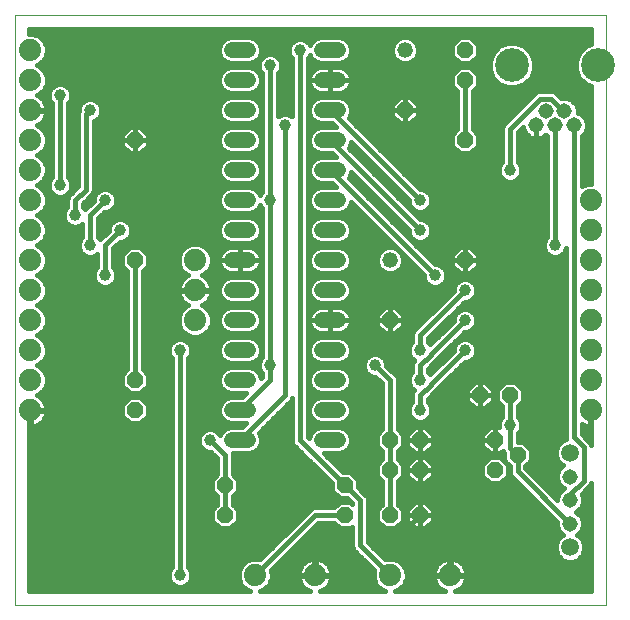
<source format=gbl>
G75*
%MOIN*%
%OFA0B0*%
%FSLAX25Y25*%
%IPPOS*%
%LPD*%
%AMOC8*
5,1,8,0,0,1.08239X$1,22.5*
%
%ADD10C,0.00000*%
%ADD11OC8,0.05200*%
%ADD12C,0.05200*%
%ADD13C,0.05150*%
%ADD14C,0.11220*%
%ADD15C,0.05200*%
%ADD16C,0.05937*%
%ADD17C,0.07400*%
%ADD18C,0.01600*%
%ADD19C,0.03962*%
D10*
X0001800Y0001800D02*
X0001800Y0198650D01*
X0198650Y0198650D01*
X0198650Y0001800D01*
X0001800Y0001800D01*
D11*
X0041800Y0066800D03*
X0041800Y0076800D03*
X0071800Y0041800D03*
X0071800Y0031800D03*
X0111800Y0031800D03*
X0111800Y0041800D03*
X0126800Y0046800D03*
X0136800Y0046800D03*
X0136800Y0056800D03*
X0126800Y0056800D03*
X0126800Y0031800D03*
X0136800Y0031800D03*
X0161800Y0046800D03*
X0169300Y0051800D03*
X0161800Y0056800D03*
X0156800Y0071800D03*
X0166800Y0071800D03*
X0126800Y0096800D03*
X0151800Y0116800D03*
X0151800Y0156800D03*
X0151800Y0176800D03*
X0151800Y0186800D03*
X0131800Y0166800D03*
X0041800Y0156800D03*
X0041800Y0116800D03*
D12*
X0126800Y0116800D03*
X0131800Y0186800D03*
D13*
X0175501Y0161721D03*
X0178650Y0166446D03*
X0181800Y0161721D03*
X0184950Y0166446D03*
X0188099Y0161721D03*
X0186800Y0044674D03*
X0186800Y0036800D03*
X0186800Y0028926D03*
D14*
X0196170Y0181800D03*
X0167430Y0181800D03*
D15*
X0109400Y0176800D02*
X0104200Y0176800D01*
X0104200Y0166800D02*
X0109400Y0166800D01*
X0109400Y0156800D02*
X0104200Y0156800D01*
X0104200Y0146800D02*
X0109400Y0146800D01*
X0109400Y0136800D02*
X0104200Y0136800D01*
X0104200Y0126800D02*
X0109400Y0126800D01*
X0109400Y0116800D02*
X0104200Y0116800D01*
X0104200Y0106800D02*
X0109400Y0106800D01*
X0109400Y0096800D02*
X0104200Y0096800D01*
X0104200Y0086800D02*
X0109400Y0086800D01*
X0109400Y0076800D02*
X0104200Y0076800D01*
X0104200Y0066800D02*
X0109400Y0066800D01*
X0109400Y0056800D02*
X0104200Y0056800D01*
X0079400Y0056800D02*
X0074200Y0056800D01*
X0074200Y0066800D02*
X0079400Y0066800D01*
X0079400Y0076800D02*
X0074200Y0076800D01*
X0074200Y0086800D02*
X0079400Y0086800D01*
X0079400Y0096800D02*
X0074200Y0096800D01*
X0074200Y0106800D02*
X0079400Y0106800D01*
X0079400Y0116800D02*
X0074200Y0116800D01*
X0074200Y0126800D02*
X0079400Y0126800D01*
X0079400Y0136800D02*
X0074200Y0136800D01*
X0074200Y0146800D02*
X0079400Y0146800D01*
X0079400Y0156800D02*
X0074200Y0156800D01*
X0074200Y0166800D02*
X0079400Y0166800D01*
X0079400Y0176800D02*
X0074200Y0176800D01*
X0074200Y0186800D02*
X0079400Y0186800D01*
X0104200Y0186800D02*
X0109400Y0186800D01*
D16*
X0186800Y0052548D03*
X0186800Y0021052D03*
D17*
X0146800Y0011800D03*
X0126800Y0011800D03*
X0101800Y0011800D03*
X0081800Y0011800D03*
X0006800Y0066800D03*
X0006800Y0076800D03*
X0006800Y0086800D03*
X0006800Y0096800D03*
X0006800Y0106800D03*
X0006800Y0116800D03*
X0006800Y0126800D03*
X0006800Y0136800D03*
X0006800Y0146800D03*
X0006800Y0156800D03*
X0006800Y0166800D03*
X0006800Y0176800D03*
X0006800Y0186800D03*
X0061800Y0116800D03*
X0061800Y0106800D03*
X0061800Y0096800D03*
X0193800Y0096800D03*
X0193800Y0086800D03*
X0193800Y0076800D03*
X0193800Y0066800D03*
X0193800Y0106800D03*
X0193800Y0116800D03*
X0193800Y0126800D03*
X0193800Y0136800D03*
D18*
X0190699Y0141469D02*
X0190699Y0158134D01*
X0191808Y0159243D01*
X0192474Y0160851D01*
X0192474Y0162591D01*
X0191808Y0164199D01*
X0190577Y0165430D01*
X0189324Y0165949D01*
X0189324Y0167316D01*
X0188658Y0168924D01*
X0187428Y0170154D01*
X0185820Y0170820D01*
X0184079Y0170820D01*
X0183922Y0170755D01*
X0181852Y0172825D01*
X0180897Y0173220D01*
X0176404Y0173220D01*
X0175448Y0172825D01*
X0164596Y0161972D01*
X0164200Y0161017D01*
X0164200Y0149547D01*
X0163595Y0148942D01*
X0163019Y0147552D01*
X0163019Y0146048D01*
X0163595Y0144658D01*
X0164658Y0143595D01*
X0166048Y0143019D01*
X0167552Y0143019D01*
X0168942Y0143595D01*
X0170005Y0144658D01*
X0170581Y0146048D01*
X0170581Y0147552D01*
X0170005Y0148942D01*
X0169400Y0149547D01*
X0169400Y0159422D01*
X0171157Y0161180D01*
X0171234Y0160697D01*
X0171446Y0160042D01*
X0171759Y0159428D01*
X0172164Y0158871D01*
X0172651Y0158384D01*
X0173208Y0157980D01*
X0173821Y0157667D01*
X0174476Y0157454D01*
X0175156Y0157346D01*
X0175501Y0157346D01*
X0175845Y0157346D01*
X0176525Y0157454D01*
X0177180Y0157667D01*
X0177794Y0157980D01*
X0178351Y0158384D01*
X0178650Y0158684D01*
X0179200Y0158134D01*
X0179200Y0124547D01*
X0178595Y0123942D01*
X0178019Y0122552D01*
X0178019Y0121048D01*
X0178595Y0119658D01*
X0179658Y0118595D01*
X0181048Y0118019D01*
X0182552Y0118019D01*
X0183942Y0118595D01*
X0185005Y0119658D01*
X0185499Y0120850D01*
X0185499Y0057192D01*
X0185507Y0057174D01*
X0184099Y0056591D01*
X0182757Y0055249D01*
X0182031Y0053497D01*
X0182031Y0051600D01*
X0182757Y0049847D01*
X0184099Y0048505D01*
X0184358Y0048398D01*
X0184322Y0048383D01*
X0183091Y0047152D01*
X0182425Y0045544D01*
X0182425Y0043804D01*
X0183091Y0042196D01*
X0184322Y0040965D01*
X0184873Y0040737D01*
X0184322Y0040509D01*
X0183091Y0039278D01*
X0182425Y0037670D01*
X0182425Y0036978D01*
X0171900Y0047503D01*
X0171900Y0048177D01*
X0173700Y0049977D01*
X0173700Y0053623D01*
X0171123Y0056200D01*
X0169400Y0056200D01*
X0169400Y0059053D01*
X0170005Y0059658D01*
X0170581Y0061048D01*
X0170581Y0062552D01*
X0170005Y0063942D01*
X0169400Y0064547D01*
X0169400Y0068177D01*
X0171200Y0069977D01*
X0171200Y0073623D01*
X0168623Y0076200D01*
X0164977Y0076200D01*
X0162400Y0073623D01*
X0162400Y0069977D01*
X0164200Y0068177D01*
X0164200Y0064547D01*
X0163595Y0063942D01*
X0163019Y0062552D01*
X0163019Y0061200D01*
X0161800Y0061200D01*
X0161800Y0056800D01*
X0161800Y0056800D01*
X0161800Y0052400D01*
X0163623Y0052400D01*
X0164436Y0053213D01*
X0164596Y0052827D01*
X0164900Y0052523D01*
X0164900Y0049977D01*
X0166700Y0048177D01*
X0166700Y0045909D01*
X0167096Y0044953D01*
X0182425Y0029624D01*
X0182425Y0028056D01*
X0183091Y0026448D01*
X0184322Y0025217D01*
X0184358Y0025202D01*
X0184099Y0025095D01*
X0182757Y0023753D01*
X0182031Y0022000D01*
X0182031Y0020103D01*
X0182757Y0018351D01*
X0184099Y0017009D01*
X0185851Y0016283D01*
X0187749Y0016283D01*
X0189501Y0017009D01*
X0190843Y0018351D01*
X0191568Y0020103D01*
X0191568Y0022000D01*
X0190843Y0023753D01*
X0189501Y0025095D01*
X0189241Y0025202D01*
X0189278Y0025217D01*
X0190509Y0026448D01*
X0191175Y0028056D01*
X0191175Y0029796D01*
X0190509Y0031404D01*
X0189278Y0032635D01*
X0188727Y0032863D01*
X0189278Y0033091D01*
X0190509Y0034322D01*
X0191175Y0035930D01*
X0191175Y0037670D01*
X0190648Y0038941D01*
X0192841Y0041134D01*
X0193573Y0041866D01*
X0193850Y0042536D01*
X0193850Y0006600D01*
X0148594Y0006600D01*
X0148911Y0006703D01*
X0149683Y0007096D01*
X0150383Y0007605D01*
X0150995Y0008217D01*
X0151504Y0008917D01*
X0151897Y0009689D01*
X0152165Y0010512D01*
X0152300Y0011367D01*
X0152300Y0011600D01*
X0147000Y0011600D01*
X0147000Y0012000D01*
X0146600Y0012000D01*
X0146600Y0017300D01*
X0146367Y0017300D01*
X0145512Y0017165D01*
X0144689Y0016897D01*
X0143917Y0016504D01*
X0143217Y0015995D01*
X0142605Y0015383D01*
X0142096Y0014683D01*
X0141703Y0013911D01*
X0141435Y0013088D01*
X0141300Y0012233D01*
X0141300Y0012000D01*
X0146600Y0012000D01*
X0146600Y0011600D01*
X0141300Y0011600D01*
X0141300Y0011367D01*
X0141435Y0010512D01*
X0141703Y0009689D01*
X0142096Y0008917D01*
X0142605Y0008217D01*
X0143217Y0007605D01*
X0143917Y0007096D01*
X0144689Y0006703D01*
X0145006Y0006600D01*
X0128618Y0006600D01*
X0129915Y0007137D01*
X0131463Y0008684D01*
X0132300Y0010706D01*
X0132300Y0012894D01*
X0131463Y0014915D01*
X0129915Y0016463D01*
X0127894Y0017300D01*
X0125706Y0017300D01*
X0125190Y0017086D01*
X0119400Y0022877D01*
X0119400Y0037317D01*
X0119004Y0038273D01*
X0118273Y0039004D01*
X0116200Y0041077D01*
X0116200Y0043623D01*
X0113623Y0046200D01*
X0111077Y0046200D01*
X0104877Y0052400D01*
X0110275Y0052400D01*
X0111892Y0053070D01*
X0113130Y0054308D01*
X0113800Y0055925D01*
X0113800Y0057675D01*
X0113130Y0059292D01*
X0111892Y0060530D01*
X0110275Y0061200D01*
X0103325Y0061200D01*
X0101708Y0060530D01*
X0100470Y0059292D01*
X0099800Y0057675D01*
X0099800Y0057477D01*
X0099400Y0057877D01*
X0099400Y0184053D01*
X0100005Y0184658D01*
X0100165Y0185043D01*
X0100470Y0184308D01*
X0101708Y0183070D01*
X0103325Y0182400D01*
X0110275Y0182400D01*
X0111892Y0183070D01*
X0113130Y0184308D01*
X0113800Y0185925D01*
X0113800Y0187675D01*
X0113130Y0189292D01*
X0111892Y0190530D01*
X0110275Y0191200D01*
X0103325Y0191200D01*
X0101708Y0190530D01*
X0100470Y0189292D01*
X0100165Y0188556D01*
X0100005Y0188942D01*
X0098942Y0190005D01*
X0097552Y0190581D01*
X0096048Y0190581D01*
X0094658Y0190005D01*
X0093595Y0188942D01*
X0093019Y0187552D01*
X0093019Y0186048D01*
X0093595Y0184658D01*
X0094200Y0184053D01*
X0094200Y0164747D01*
X0093942Y0165005D01*
X0092552Y0165581D01*
X0091048Y0165581D01*
X0089658Y0165005D01*
X0089400Y0164747D01*
X0089400Y0179053D01*
X0090005Y0179658D01*
X0090581Y0181048D01*
X0090581Y0182552D01*
X0090005Y0183942D01*
X0088942Y0185005D01*
X0087552Y0185581D01*
X0086048Y0185581D01*
X0084658Y0185005D01*
X0083595Y0183942D01*
X0083019Y0182552D01*
X0083019Y0181048D01*
X0083595Y0179658D01*
X0084200Y0179053D01*
X0084200Y0139547D01*
X0083595Y0138942D01*
X0083435Y0138556D01*
X0083130Y0139292D01*
X0081892Y0140530D01*
X0080275Y0141200D01*
X0073325Y0141200D01*
X0071708Y0140530D01*
X0070470Y0139292D01*
X0069800Y0137675D01*
X0069800Y0135925D01*
X0070470Y0134308D01*
X0071708Y0133070D01*
X0073325Y0132400D01*
X0080275Y0132400D01*
X0081892Y0133070D01*
X0083130Y0134308D01*
X0083435Y0135043D01*
X0083595Y0134658D01*
X0084200Y0134053D01*
X0084200Y0084547D01*
X0083595Y0083942D01*
X0083019Y0082552D01*
X0083019Y0081048D01*
X0083595Y0079658D01*
X0084200Y0079053D01*
X0084200Y0077877D01*
X0083800Y0077477D01*
X0083800Y0077675D01*
X0083130Y0079292D01*
X0081892Y0080530D01*
X0080275Y0081200D01*
X0073325Y0081200D01*
X0071708Y0080530D01*
X0070470Y0079292D01*
X0069800Y0077675D01*
X0069800Y0075925D01*
X0070470Y0074308D01*
X0071708Y0073070D01*
X0073325Y0072400D01*
X0078723Y0072400D01*
X0077523Y0071200D01*
X0073325Y0071200D01*
X0071708Y0070530D01*
X0070470Y0069292D01*
X0069800Y0067675D01*
X0069800Y0065925D01*
X0070470Y0064308D01*
X0071708Y0063070D01*
X0073325Y0062400D01*
X0078723Y0062400D01*
X0077523Y0061200D01*
X0073325Y0061200D01*
X0071708Y0060530D01*
X0070470Y0059292D01*
X0070165Y0058556D01*
X0070005Y0058942D01*
X0068942Y0060005D01*
X0067552Y0060581D01*
X0066048Y0060581D01*
X0064658Y0060005D01*
X0063595Y0058942D01*
X0063019Y0057552D01*
X0063019Y0056048D01*
X0063595Y0054658D01*
X0064658Y0053595D01*
X0066048Y0053019D01*
X0066904Y0053019D01*
X0069200Y0050723D01*
X0069200Y0045423D01*
X0067400Y0043623D01*
X0067400Y0039977D01*
X0069200Y0038177D01*
X0069200Y0035423D01*
X0067400Y0033623D01*
X0067400Y0029977D01*
X0069977Y0027400D01*
X0073623Y0027400D01*
X0076200Y0029977D01*
X0076200Y0033623D01*
X0074400Y0035423D01*
X0074400Y0038177D01*
X0076200Y0039977D01*
X0076200Y0043623D01*
X0074400Y0045423D01*
X0074400Y0052317D01*
X0074366Y0052400D01*
X0080275Y0052400D01*
X0081892Y0053070D01*
X0083130Y0054308D01*
X0083800Y0055925D01*
X0083800Y0057675D01*
X0083130Y0059292D01*
X0083050Y0059373D01*
X0094004Y0070327D01*
X0094200Y0070800D01*
X0094200Y0056283D01*
X0094596Y0055327D01*
X0107400Y0042523D01*
X0107400Y0039977D01*
X0109977Y0037400D01*
X0112523Y0037400D01*
X0114200Y0035723D01*
X0114200Y0035623D01*
X0113623Y0036200D01*
X0109977Y0036200D01*
X0108177Y0034400D01*
X0101283Y0034400D01*
X0100327Y0034004D01*
X0083410Y0017086D01*
X0082894Y0017300D01*
X0080706Y0017300D01*
X0078684Y0016463D01*
X0077137Y0014915D01*
X0076300Y0012894D01*
X0076300Y0010706D01*
X0077137Y0008684D01*
X0078684Y0007137D01*
X0079982Y0006600D01*
X0006600Y0006600D01*
X0006600Y0066600D01*
X0007000Y0066600D01*
X0007000Y0067000D01*
X0012300Y0067000D01*
X0012300Y0067233D01*
X0012165Y0068088D01*
X0011897Y0068911D01*
X0011504Y0069683D01*
X0010995Y0070383D01*
X0010383Y0070995D01*
X0009683Y0071504D01*
X0009101Y0071800D01*
X0009915Y0072137D01*
X0011463Y0073684D01*
X0012300Y0075706D01*
X0012300Y0077894D01*
X0011463Y0079915D01*
X0009915Y0081463D01*
X0009101Y0081800D01*
X0009915Y0082137D01*
X0011463Y0083684D01*
X0012300Y0085706D01*
X0012300Y0087894D01*
X0011463Y0089915D01*
X0009915Y0091463D01*
X0009101Y0091800D01*
X0009915Y0092137D01*
X0011463Y0093684D01*
X0012300Y0095706D01*
X0012300Y0097894D01*
X0011463Y0099915D01*
X0009915Y0101463D01*
X0009101Y0101800D01*
X0009915Y0102137D01*
X0011463Y0103684D01*
X0012300Y0105706D01*
X0012300Y0107894D01*
X0011463Y0109915D01*
X0009915Y0111463D01*
X0009101Y0111800D01*
X0009915Y0112137D01*
X0011463Y0113684D01*
X0012300Y0115706D01*
X0012300Y0117894D01*
X0011463Y0119915D01*
X0009915Y0121463D01*
X0009101Y0121800D01*
X0009915Y0122137D01*
X0011463Y0123684D01*
X0012300Y0125706D01*
X0012300Y0127894D01*
X0011463Y0129915D01*
X0009915Y0131463D01*
X0009101Y0131800D01*
X0009915Y0132137D01*
X0011463Y0133684D01*
X0012300Y0135706D01*
X0012300Y0137894D01*
X0011463Y0139915D01*
X0009915Y0141463D01*
X0009101Y0141800D01*
X0009915Y0142137D01*
X0011463Y0143684D01*
X0012300Y0145706D01*
X0012300Y0147894D01*
X0011463Y0149915D01*
X0009915Y0151463D01*
X0009101Y0151800D01*
X0009915Y0152137D01*
X0011463Y0153684D01*
X0012300Y0155706D01*
X0012300Y0157894D01*
X0011463Y0159915D01*
X0009915Y0161463D01*
X0009101Y0161800D01*
X0009683Y0162096D01*
X0010383Y0162605D01*
X0010995Y0163217D01*
X0011504Y0163917D01*
X0011897Y0164689D01*
X0012165Y0165512D01*
X0012300Y0166367D01*
X0012300Y0166600D01*
X0007000Y0166600D01*
X0007000Y0167000D01*
X0012300Y0167000D01*
X0012300Y0167233D01*
X0012165Y0168088D01*
X0011897Y0168911D01*
X0011504Y0169683D01*
X0010995Y0170383D01*
X0010383Y0170995D01*
X0009683Y0171504D01*
X0009101Y0171800D01*
X0009915Y0172137D01*
X0011463Y0173684D01*
X0012300Y0175706D01*
X0012300Y0177894D01*
X0011463Y0179915D01*
X0009915Y0181463D01*
X0009101Y0181800D01*
X0009915Y0182137D01*
X0011463Y0183684D01*
X0012300Y0185706D01*
X0012300Y0187894D01*
X0011463Y0189915D01*
X0009915Y0191463D01*
X0007894Y0192300D01*
X0006600Y0192300D01*
X0006600Y0193850D01*
X0193850Y0193850D01*
X0193850Y0188860D01*
X0191973Y0188082D01*
X0189888Y0185998D01*
X0188760Y0183274D01*
X0188760Y0180326D01*
X0189888Y0177602D01*
X0191973Y0175518D01*
X0193850Y0174740D01*
X0193850Y0142300D01*
X0192706Y0142300D01*
X0190699Y0141469D01*
X0190699Y0142469D02*
X0193850Y0142469D01*
X0193850Y0144068D02*
X0190699Y0144068D01*
X0190699Y0145666D02*
X0193850Y0145666D01*
X0193850Y0147265D02*
X0190699Y0147265D01*
X0190699Y0148863D02*
X0193850Y0148863D01*
X0193850Y0150462D02*
X0190699Y0150462D01*
X0190699Y0152060D02*
X0193850Y0152060D01*
X0193850Y0153659D02*
X0190699Y0153659D01*
X0190699Y0155257D02*
X0193850Y0155257D01*
X0193850Y0156856D02*
X0190699Y0156856D01*
X0191019Y0158454D02*
X0193850Y0158454D01*
X0193850Y0160053D02*
X0192143Y0160053D01*
X0192474Y0161651D02*
X0193850Y0161651D01*
X0193850Y0163250D02*
X0192201Y0163250D01*
X0191159Y0164848D02*
X0193850Y0164848D01*
X0193850Y0166447D02*
X0189324Y0166447D01*
X0189022Y0168045D02*
X0193850Y0168045D01*
X0193850Y0169644D02*
X0187938Y0169644D01*
X0184950Y0166446D02*
X0184554Y0166446D01*
X0180380Y0170620D01*
X0176921Y0170620D01*
X0166800Y0160499D01*
X0166800Y0146800D01*
X0164185Y0144068D02*
X0133209Y0144068D01*
X0131611Y0145666D02*
X0163177Y0145666D01*
X0163019Y0147265D02*
X0130012Y0147265D01*
X0128414Y0148863D02*
X0163562Y0148863D01*
X0164200Y0150462D02*
X0126815Y0150462D01*
X0125217Y0152060D02*
X0164200Y0152060D01*
X0164200Y0153659D02*
X0154881Y0153659D01*
X0153623Y0152400D02*
X0156200Y0154977D01*
X0156200Y0158623D01*
X0154400Y0160423D01*
X0154400Y0173177D01*
X0156200Y0174977D01*
X0156200Y0178623D01*
X0153623Y0181200D01*
X0149977Y0181200D01*
X0147400Y0178623D01*
X0147400Y0174977D01*
X0149200Y0173177D01*
X0149200Y0160423D01*
X0147400Y0158623D01*
X0147400Y0154977D01*
X0149977Y0152400D01*
X0153623Y0152400D01*
X0156200Y0155257D02*
X0164200Y0155257D01*
X0164200Y0156856D02*
X0156200Y0156856D01*
X0156200Y0158454D02*
X0164200Y0158454D01*
X0164200Y0160053D02*
X0154770Y0160053D01*
X0154400Y0161651D02*
X0164463Y0161651D01*
X0165873Y0163250D02*
X0154400Y0163250D01*
X0154400Y0164848D02*
X0167472Y0164848D01*
X0169070Y0166447D02*
X0154400Y0166447D01*
X0154400Y0168045D02*
X0170669Y0168045D01*
X0172267Y0169644D02*
X0154400Y0169644D01*
X0154400Y0171242D02*
X0173866Y0171242D01*
X0175487Y0172841D02*
X0154400Y0172841D01*
X0155662Y0174439D02*
X0165837Y0174439D01*
X0165956Y0174390D02*
X0168904Y0174390D01*
X0171627Y0175518D01*
X0173712Y0177602D01*
X0174840Y0180326D01*
X0174840Y0183274D01*
X0173712Y0185998D01*
X0171627Y0188082D01*
X0168904Y0189210D01*
X0165956Y0189210D01*
X0163232Y0188082D01*
X0161148Y0185998D01*
X0160020Y0183274D01*
X0160020Y0180326D01*
X0161148Y0177602D01*
X0163232Y0175518D01*
X0165956Y0174390D01*
X0169023Y0174439D02*
X0193850Y0174439D01*
X0193850Y0172841D02*
X0181814Y0172841D01*
X0183435Y0171242D02*
X0193850Y0171242D01*
X0191453Y0176038D02*
X0172147Y0176038D01*
X0173726Y0177636D02*
X0189874Y0177636D01*
X0189212Y0179235D02*
X0174388Y0179235D01*
X0174840Y0180833D02*
X0188760Y0180833D01*
X0188760Y0182432D02*
X0174840Y0182432D01*
X0174527Y0184030D02*
X0189073Y0184030D01*
X0189735Y0185629D02*
X0173865Y0185629D01*
X0172482Y0187227D02*
X0191118Y0187227D01*
X0193768Y0188826D02*
X0169832Y0188826D01*
X0165028Y0188826D02*
X0155997Y0188826D01*
X0156200Y0188623D02*
X0153623Y0191200D01*
X0149977Y0191200D01*
X0147400Y0188623D01*
X0147400Y0184977D01*
X0149977Y0182400D01*
X0153623Y0182400D01*
X0156200Y0184977D01*
X0156200Y0188623D01*
X0156200Y0187227D02*
X0162378Y0187227D01*
X0160995Y0185629D02*
X0156200Y0185629D01*
X0155253Y0184030D02*
X0160333Y0184030D01*
X0160020Y0182432D02*
X0153654Y0182432D01*
X0153989Y0180833D02*
X0160020Y0180833D01*
X0160472Y0179235D02*
X0155588Y0179235D01*
X0156200Y0177636D02*
X0161134Y0177636D01*
X0162713Y0176038D02*
X0156200Y0176038D01*
X0151800Y0176800D02*
X0151800Y0156800D01*
X0148719Y0153659D02*
X0123618Y0153659D01*
X0122020Y0155257D02*
X0147400Y0155257D01*
X0147400Y0156856D02*
X0120421Y0156856D01*
X0118823Y0158454D02*
X0147400Y0158454D01*
X0148830Y0160053D02*
X0117224Y0160053D01*
X0115626Y0161651D02*
X0149200Y0161651D01*
X0149200Y0163250D02*
X0134472Y0163250D01*
X0133623Y0162400D02*
X0136200Y0164977D01*
X0136200Y0166800D01*
X0136200Y0168623D01*
X0133623Y0171200D01*
X0131800Y0171200D01*
X0131800Y0166800D01*
X0131800Y0166800D01*
X0136200Y0166800D01*
X0131800Y0166800D01*
X0131800Y0166800D01*
X0131800Y0166800D01*
X0127400Y0166800D01*
X0127400Y0168623D01*
X0129977Y0171200D01*
X0131800Y0171200D01*
X0131800Y0166800D01*
X0131800Y0162400D01*
X0133623Y0162400D01*
X0131800Y0162400D02*
X0131800Y0166800D01*
X0131800Y0166800D01*
X0127400Y0166800D01*
X0127400Y0164977D01*
X0129977Y0162400D01*
X0131800Y0162400D01*
X0131800Y0163250D02*
X0131800Y0163250D01*
X0131800Y0164848D02*
X0131800Y0164848D01*
X0131800Y0166447D02*
X0131800Y0166447D01*
X0131800Y0168045D02*
X0131800Y0168045D01*
X0131800Y0169644D02*
X0131800Y0169644D01*
X0135179Y0169644D02*
X0149200Y0169644D01*
X0149200Y0171242D02*
X0099400Y0171242D01*
X0099400Y0169644D02*
X0100821Y0169644D01*
X0100470Y0169292D02*
X0099800Y0167675D01*
X0099800Y0165925D01*
X0100470Y0164308D01*
X0101708Y0163070D01*
X0103325Y0162400D01*
X0107523Y0162400D01*
X0108723Y0161200D01*
X0103325Y0161200D01*
X0101708Y0160530D01*
X0100470Y0159292D01*
X0099800Y0157675D01*
X0099800Y0155925D01*
X0100470Y0154308D01*
X0101708Y0153070D01*
X0103325Y0152400D01*
X0107523Y0152400D01*
X0108723Y0151200D01*
X0103325Y0151200D01*
X0101708Y0150530D01*
X0100470Y0149292D01*
X0099800Y0147675D01*
X0099800Y0145925D01*
X0100470Y0144308D01*
X0101708Y0143070D01*
X0103325Y0142400D01*
X0107523Y0142400D01*
X0108723Y0141200D01*
X0103325Y0141200D01*
X0101708Y0140530D01*
X0100470Y0139292D01*
X0099800Y0137675D01*
X0099800Y0135925D01*
X0100470Y0134308D01*
X0101708Y0133070D01*
X0103325Y0132400D01*
X0110275Y0132400D01*
X0111892Y0133070D01*
X0113130Y0134308D01*
X0113800Y0135925D01*
X0113800Y0136123D01*
X0138019Y0111904D01*
X0138019Y0111048D01*
X0138595Y0109658D01*
X0139658Y0108595D01*
X0141048Y0108019D01*
X0142552Y0108019D01*
X0143942Y0108595D01*
X0145005Y0109658D01*
X0145581Y0111048D01*
X0145581Y0112552D01*
X0145005Y0113942D01*
X0143942Y0115005D01*
X0142552Y0115581D01*
X0141696Y0115581D01*
X0113050Y0144227D01*
X0113130Y0144308D01*
X0113800Y0145925D01*
X0113800Y0146123D01*
X0133019Y0126904D01*
X0133019Y0126048D01*
X0133595Y0124658D01*
X0134658Y0123595D01*
X0136048Y0123019D01*
X0137552Y0123019D01*
X0138942Y0123595D01*
X0140005Y0124658D01*
X0140581Y0126048D01*
X0140581Y0127552D01*
X0140005Y0128942D01*
X0138942Y0130005D01*
X0137552Y0130581D01*
X0136696Y0130581D01*
X0113050Y0154227D01*
X0113130Y0154308D01*
X0113800Y0155925D01*
X0113800Y0156123D01*
X0133019Y0136904D01*
X0133019Y0136048D01*
X0133595Y0134658D01*
X0134658Y0133595D01*
X0136048Y0133019D01*
X0137552Y0133019D01*
X0138942Y0133595D01*
X0140005Y0134658D01*
X0140581Y0136048D01*
X0140581Y0137552D01*
X0140005Y0138942D01*
X0138942Y0140005D01*
X0137552Y0140581D01*
X0136696Y0140581D01*
X0113050Y0164227D01*
X0113130Y0164308D01*
X0113800Y0165925D01*
X0113800Y0167675D01*
X0113130Y0169292D01*
X0111892Y0170530D01*
X0110275Y0171200D01*
X0103325Y0171200D01*
X0101708Y0170530D01*
X0100470Y0169292D01*
X0099953Y0168045D02*
X0099400Y0168045D01*
X0099400Y0166447D02*
X0099800Y0166447D01*
X0099400Y0164848D02*
X0100246Y0164848D01*
X0099400Y0163250D02*
X0101528Y0163250D01*
X0099400Y0161651D02*
X0108272Y0161651D01*
X0106800Y0156800D02*
X0136800Y0126800D01*
X0133019Y0126484D02*
X0130793Y0126484D01*
X0131841Y0128082D02*
X0129195Y0128082D01*
X0130242Y0129681D02*
X0127596Y0129681D01*
X0128644Y0131279D02*
X0125998Y0131279D01*
X0127045Y0132878D02*
X0124399Y0132878D01*
X0125447Y0134476D02*
X0122800Y0134476D01*
X0123848Y0136075D02*
X0121202Y0136075D01*
X0122250Y0137673D02*
X0119603Y0137673D01*
X0120651Y0139272D02*
X0118005Y0139272D01*
X0119053Y0140870D02*
X0116406Y0140870D01*
X0117454Y0142469D02*
X0114808Y0142469D01*
X0115856Y0144068D02*
X0113209Y0144068D01*
X0113693Y0145666D02*
X0114257Y0145666D01*
X0118414Y0148863D02*
X0121060Y0148863D01*
X0120012Y0147265D02*
X0122659Y0147265D01*
X0121611Y0145666D02*
X0124257Y0145666D01*
X0123209Y0144068D02*
X0125856Y0144068D01*
X0124808Y0142469D02*
X0127454Y0142469D01*
X0126406Y0140870D02*
X0129053Y0140870D01*
X0128005Y0139272D02*
X0130651Y0139272D01*
X0129603Y0137673D02*
X0132250Y0137673D01*
X0133019Y0136075D02*
X0131202Y0136075D01*
X0132800Y0134476D02*
X0133776Y0134476D01*
X0134399Y0132878D02*
X0179200Y0132878D01*
X0179200Y0134476D02*
X0139824Y0134476D01*
X0140581Y0136075D02*
X0179200Y0136075D01*
X0179200Y0137673D02*
X0140531Y0137673D01*
X0139675Y0139272D02*
X0179200Y0139272D01*
X0179200Y0140870D02*
X0136406Y0140870D01*
X0134808Y0142469D02*
X0179200Y0142469D01*
X0179200Y0144068D02*
X0169415Y0144068D01*
X0170423Y0145666D02*
X0179200Y0145666D01*
X0179200Y0147265D02*
X0170581Y0147265D01*
X0170038Y0148863D02*
X0179200Y0148863D01*
X0179200Y0150462D02*
X0169400Y0150462D01*
X0169400Y0152060D02*
X0179200Y0152060D01*
X0179200Y0153659D02*
X0169400Y0153659D01*
X0169400Y0155257D02*
X0179200Y0155257D01*
X0179200Y0156856D02*
X0169400Y0156856D01*
X0169400Y0158454D02*
X0172581Y0158454D01*
X0171443Y0160053D02*
X0170030Y0160053D01*
X0175501Y0160053D02*
X0175501Y0160053D01*
X0175501Y0161651D02*
X0175501Y0161651D01*
X0175501Y0161721D02*
X0175501Y0157346D01*
X0175501Y0161721D01*
X0175501Y0161721D01*
X0175501Y0158454D02*
X0175501Y0158454D01*
X0178421Y0158454D02*
X0178880Y0158454D01*
X0181800Y0161721D02*
X0181800Y0121800D01*
X0178323Y0123287D02*
X0138199Y0123287D01*
X0140100Y0124885D02*
X0179200Y0124885D01*
X0179200Y0126484D02*
X0140581Y0126484D01*
X0140361Y0128082D02*
X0179200Y0128082D01*
X0179200Y0129681D02*
X0139266Y0129681D01*
X0135998Y0131279D02*
X0179200Y0131279D01*
X0178019Y0121688D02*
X0135589Y0121688D01*
X0135401Y0123287D02*
X0133990Y0123287D01*
X0133500Y0124885D02*
X0132392Y0124885D01*
X0128235Y0121688D02*
X0099400Y0121688D01*
X0099400Y0120090D02*
X0101267Y0120090D01*
X0101708Y0120530D02*
X0100470Y0119292D01*
X0099800Y0117675D01*
X0099800Y0115925D01*
X0100470Y0114308D01*
X0101708Y0113070D01*
X0103325Y0112400D01*
X0110275Y0112400D01*
X0111892Y0113070D01*
X0113130Y0114308D01*
X0113800Y0115925D01*
X0113800Y0117675D01*
X0113130Y0119292D01*
X0111892Y0120530D01*
X0110275Y0121200D01*
X0103325Y0121200D01*
X0101708Y0120530D01*
X0103325Y0122400D02*
X0101708Y0123070D01*
X0100470Y0124308D01*
X0099800Y0125925D01*
X0099800Y0127675D01*
X0100470Y0129292D01*
X0101708Y0130530D01*
X0103325Y0131200D01*
X0110275Y0131200D01*
X0111892Y0130530D01*
X0113130Y0129292D01*
X0113800Y0127675D01*
X0113800Y0125925D01*
X0113130Y0124308D01*
X0111892Y0123070D01*
X0110275Y0122400D01*
X0103325Y0122400D01*
X0101491Y0123287D02*
X0099400Y0123287D01*
X0099400Y0124885D02*
X0100231Y0124885D01*
X0099800Y0126484D02*
X0099400Y0126484D01*
X0099400Y0128082D02*
X0099969Y0128082D01*
X0099400Y0129681D02*
X0100858Y0129681D01*
X0099400Y0131279D02*
X0118644Y0131279D01*
X0120242Y0129681D02*
X0112742Y0129681D01*
X0113631Y0128082D02*
X0121841Y0128082D01*
X0123439Y0126484D02*
X0113800Y0126484D01*
X0113369Y0124885D02*
X0125038Y0124885D01*
X0126636Y0123287D02*
X0112109Y0123287D01*
X0112333Y0120090D02*
X0123867Y0120090D01*
X0124308Y0120530D02*
X0123070Y0119292D01*
X0122400Y0117675D01*
X0122400Y0115925D01*
X0123070Y0114308D01*
X0124308Y0113070D01*
X0125925Y0112400D01*
X0127675Y0112400D01*
X0129292Y0113070D01*
X0130530Y0114308D01*
X0131200Y0115925D01*
X0131200Y0117675D01*
X0130530Y0119292D01*
X0129292Y0120530D01*
X0127675Y0121200D01*
X0125925Y0121200D01*
X0124308Y0120530D01*
X0122738Y0118491D02*
X0113462Y0118491D01*
X0113800Y0116893D02*
X0122400Y0116893D01*
X0122661Y0115294D02*
X0113539Y0115294D01*
X0112518Y0113696D02*
X0123682Y0113696D01*
X0129918Y0113696D02*
X0136227Y0113696D01*
X0134629Y0115294D02*
X0130939Y0115294D01*
X0131200Y0116893D02*
X0133030Y0116893D01*
X0131432Y0118491D02*
X0130862Y0118491D01*
X0129833Y0120090D02*
X0129733Y0120090D01*
X0137187Y0120090D02*
X0148867Y0120090D01*
X0149977Y0121200D02*
X0147400Y0118623D01*
X0147400Y0116800D01*
X0151800Y0116800D01*
X0151800Y0116800D01*
X0151800Y0121200D01*
X0153623Y0121200D01*
X0156200Y0118623D01*
X0156200Y0116800D01*
X0151800Y0116800D01*
X0151800Y0116800D01*
X0151800Y0116800D01*
X0151800Y0121200D01*
X0149977Y0121200D01*
X0151800Y0120090D02*
X0151800Y0120090D01*
X0151800Y0118491D02*
X0151800Y0118491D01*
X0151800Y0116893D02*
X0151800Y0116893D01*
X0151800Y0116800D02*
X0147400Y0116800D01*
X0147400Y0114977D01*
X0149977Y0112400D01*
X0151800Y0112400D01*
X0153623Y0112400D01*
X0156200Y0114977D01*
X0156200Y0116800D01*
X0151800Y0116800D01*
X0151800Y0112400D01*
X0151800Y0116800D01*
X0151800Y0116800D01*
X0151800Y0115294D02*
X0151800Y0115294D01*
X0151800Y0113696D02*
X0151800Y0113696D01*
X0154918Y0113696D02*
X0185499Y0113696D01*
X0185499Y0115294D02*
X0156200Y0115294D01*
X0156200Y0116893D02*
X0185499Y0116893D01*
X0185499Y0118491D02*
X0183693Y0118491D01*
X0185184Y0120090D02*
X0185499Y0120090D01*
X0179907Y0118491D02*
X0156200Y0118491D01*
X0154733Y0120090D02*
X0178416Y0120090D01*
X0185499Y0112097D02*
X0145581Y0112097D01*
X0145354Y0110499D02*
X0150849Y0110499D01*
X0151048Y0110581D02*
X0149658Y0110005D01*
X0148595Y0108942D01*
X0148019Y0107552D01*
X0148019Y0106696D01*
X0134596Y0093273D01*
X0134200Y0092317D01*
X0134200Y0089547D01*
X0133595Y0088942D01*
X0133019Y0087552D01*
X0133019Y0086048D01*
X0133595Y0084658D01*
X0134658Y0083595D01*
X0134887Y0083500D01*
X0134596Y0083208D01*
X0134200Y0082253D01*
X0134200Y0079547D01*
X0133595Y0078942D01*
X0133019Y0077552D01*
X0133019Y0076048D01*
X0133595Y0074658D01*
X0134658Y0073595D01*
X0134887Y0073500D01*
X0134596Y0073208D01*
X0134200Y0072253D01*
X0134200Y0069547D01*
X0133595Y0068942D01*
X0133019Y0067552D01*
X0133019Y0066048D01*
X0133595Y0064658D01*
X0134658Y0063595D01*
X0136048Y0063019D01*
X0137552Y0063019D01*
X0138942Y0063595D01*
X0140005Y0064658D01*
X0140581Y0066048D01*
X0140581Y0067552D01*
X0140005Y0068942D01*
X0139400Y0069547D01*
X0139400Y0070659D01*
X0142585Y0073844D01*
X0142631Y0073954D01*
X0151696Y0083019D01*
X0152552Y0083019D01*
X0153942Y0083595D01*
X0155005Y0084658D01*
X0155581Y0086048D01*
X0155581Y0087552D01*
X0155005Y0088942D01*
X0153942Y0090005D01*
X0152552Y0090581D01*
X0151048Y0090581D01*
X0149658Y0090005D01*
X0148595Y0088942D01*
X0148019Y0087552D01*
X0148019Y0086696D01*
X0140081Y0078758D01*
X0140005Y0078942D01*
X0139400Y0079547D01*
X0139400Y0080659D01*
X0142585Y0083844D01*
X0142631Y0083954D01*
X0151696Y0093019D01*
X0152552Y0093019D01*
X0153942Y0093595D01*
X0155005Y0094658D01*
X0155581Y0096048D01*
X0155581Y0097552D01*
X0155005Y0098942D01*
X0153942Y0100005D01*
X0152552Y0100581D01*
X0151048Y0100581D01*
X0149658Y0100005D01*
X0148595Y0098942D01*
X0148019Y0097552D01*
X0148019Y0096696D01*
X0140081Y0088758D01*
X0140005Y0088942D01*
X0139400Y0089547D01*
X0139400Y0090723D01*
X0151696Y0103019D01*
X0152552Y0103019D01*
X0153942Y0103595D01*
X0155005Y0104658D01*
X0155581Y0106048D01*
X0155581Y0107552D01*
X0155005Y0108942D01*
X0153942Y0110005D01*
X0152552Y0110581D01*
X0151048Y0110581D01*
X0152751Y0110499D02*
X0185499Y0110499D01*
X0185499Y0108900D02*
X0155023Y0108900D01*
X0155581Y0107302D02*
X0185499Y0107302D01*
X0185499Y0105703D02*
X0155438Y0105703D01*
X0154452Y0104105D02*
X0185499Y0104105D01*
X0185499Y0102506D02*
X0151183Y0102506D01*
X0149585Y0100908D02*
X0185499Y0100908D01*
X0185499Y0099309D02*
X0154638Y0099309D01*
X0155515Y0097711D02*
X0185499Y0097711D01*
X0185499Y0096112D02*
X0155581Y0096112D01*
X0154861Y0094514D02*
X0185499Y0094514D01*
X0185499Y0092915D02*
X0151592Y0092915D01*
X0149994Y0091317D02*
X0185499Y0091317D01*
X0185499Y0089718D02*
X0154229Y0089718D01*
X0155346Y0088120D02*
X0185499Y0088120D01*
X0185499Y0086521D02*
X0155581Y0086521D01*
X0155115Y0084923D02*
X0185499Y0084923D01*
X0185499Y0083324D02*
X0153289Y0083324D01*
X0150403Y0081726D02*
X0185499Y0081726D01*
X0185499Y0080127D02*
X0148804Y0080127D01*
X0147205Y0078529D02*
X0185499Y0078529D01*
X0185499Y0076930D02*
X0145607Y0076930D01*
X0144008Y0075332D02*
X0154109Y0075332D01*
X0154977Y0076200D02*
X0152400Y0073623D01*
X0152400Y0071800D01*
X0156800Y0071800D01*
X0161200Y0071800D01*
X0161200Y0073623D01*
X0158623Y0076200D01*
X0156800Y0076200D01*
X0156800Y0071800D01*
X0156800Y0071800D01*
X0156800Y0071800D01*
X0161200Y0071800D01*
X0161200Y0069977D01*
X0158623Y0067400D01*
X0156800Y0067400D01*
X0156800Y0071800D01*
X0156800Y0071800D01*
X0156800Y0071800D01*
X0156800Y0076200D01*
X0154977Y0076200D01*
X0156800Y0075332D02*
X0156800Y0075332D01*
X0156800Y0073733D02*
X0156800Y0073733D01*
X0156800Y0072134D02*
X0156800Y0072134D01*
X0156800Y0071800D02*
X0152400Y0071800D01*
X0152400Y0069977D01*
X0154977Y0067400D01*
X0156800Y0067400D01*
X0156800Y0071800D01*
X0156800Y0070536D02*
X0156800Y0070536D01*
X0156800Y0068937D02*
X0156800Y0068937D01*
X0153440Y0068937D02*
X0140007Y0068937D01*
X0140581Y0067339D02*
X0164200Y0067339D01*
X0164200Y0065740D02*
X0140454Y0065740D01*
X0139489Y0064142D02*
X0163795Y0064142D01*
X0163019Y0062543D02*
X0129400Y0062543D01*
X0129400Y0060945D02*
X0134722Y0060945D01*
X0134977Y0061200D02*
X0132400Y0058623D01*
X0132400Y0056800D01*
X0136800Y0056800D01*
X0141200Y0056800D01*
X0141200Y0058623D01*
X0138623Y0061200D01*
X0136800Y0061200D01*
X0136800Y0056800D01*
X0136800Y0056800D01*
X0136800Y0056800D01*
X0141200Y0056800D01*
X0141200Y0054977D01*
X0138623Y0052400D01*
X0136800Y0052400D01*
X0136800Y0056800D01*
X0136800Y0056800D01*
X0136800Y0056800D01*
X0136800Y0061200D01*
X0134977Y0061200D01*
X0136800Y0060945D02*
X0136800Y0060945D01*
X0136800Y0059346D02*
X0136800Y0059346D01*
X0136800Y0057748D02*
X0136800Y0057748D01*
X0136800Y0056800D02*
X0132400Y0056800D01*
X0132400Y0054977D01*
X0134977Y0052400D01*
X0136800Y0052400D01*
X0136800Y0056800D01*
X0136800Y0056149D02*
X0136800Y0056149D01*
X0136800Y0054551D02*
X0136800Y0054551D01*
X0136800Y0052952D02*
X0136800Y0052952D01*
X0136800Y0051200D02*
X0138623Y0051200D01*
X0141200Y0048623D01*
X0141200Y0046800D01*
X0136800Y0046800D01*
X0136800Y0046800D01*
X0136800Y0046800D01*
X0136800Y0051200D01*
X0134977Y0051200D01*
X0132400Y0048623D01*
X0132400Y0046800D01*
X0136800Y0046800D01*
X0141200Y0046800D01*
X0141200Y0044977D01*
X0138623Y0042400D01*
X0136800Y0042400D01*
X0136800Y0046800D01*
X0136800Y0046800D01*
X0136800Y0046800D01*
X0136800Y0051200D01*
X0136800Y0049755D02*
X0136800Y0049755D01*
X0136800Y0048157D02*
X0136800Y0048157D01*
X0136800Y0046800D02*
X0132400Y0046800D01*
X0132400Y0044977D01*
X0134977Y0042400D01*
X0136800Y0042400D01*
X0136800Y0046800D01*
X0136800Y0046558D02*
X0136800Y0046558D01*
X0136800Y0044960D02*
X0136800Y0044960D01*
X0136800Y0043361D02*
X0136800Y0043361D01*
X0134016Y0043361D02*
X0129584Y0043361D01*
X0129400Y0043177D02*
X0131200Y0044977D01*
X0131200Y0048623D01*
X0129400Y0050423D01*
X0129400Y0053177D01*
X0131200Y0054977D01*
X0131200Y0058623D01*
X0129400Y0060423D01*
X0129400Y0077317D01*
X0129004Y0078273D01*
X0125581Y0081696D01*
X0125581Y0082552D01*
X0125005Y0083942D01*
X0123942Y0085005D01*
X0122552Y0085581D01*
X0121048Y0085581D01*
X0119658Y0085005D01*
X0118595Y0083942D01*
X0118019Y0082552D01*
X0118019Y0081048D01*
X0118595Y0079658D01*
X0119658Y0078595D01*
X0121048Y0078019D01*
X0121904Y0078019D01*
X0124200Y0075723D01*
X0124200Y0060423D01*
X0122400Y0058623D01*
X0122400Y0054977D01*
X0124200Y0053177D01*
X0124200Y0050423D01*
X0122400Y0048623D01*
X0122400Y0044977D01*
X0124200Y0043177D01*
X0124200Y0035423D01*
X0122400Y0033623D01*
X0122400Y0029977D01*
X0124977Y0027400D01*
X0128623Y0027400D01*
X0131200Y0029977D01*
X0131200Y0033623D01*
X0129400Y0035423D01*
X0129400Y0043177D01*
X0129400Y0041763D02*
X0170286Y0041763D01*
X0168688Y0043361D02*
X0164584Y0043361D01*
X0163623Y0042400D02*
X0166200Y0044977D01*
X0166200Y0048623D01*
X0163623Y0051200D01*
X0159977Y0051200D01*
X0157400Y0048623D01*
X0157400Y0044977D01*
X0159977Y0042400D01*
X0163623Y0042400D01*
X0166182Y0044960D02*
X0167093Y0044960D01*
X0166700Y0046558D02*
X0166200Y0046558D01*
X0166200Y0048157D02*
X0166700Y0048157D01*
X0165122Y0049755D02*
X0165067Y0049755D01*
X0164900Y0051354D02*
X0129400Y0051354D01*
X0129400Y0052952D02*
X0134425Y0052952D01*
X0132827Y0054551D02*
X0130773Y0054551D01*
X0131200Y0056149D02*
X0132400Y0056149D01*
X0132400Y0057748D02*
X0131200Y0057748D01*
X0130476Y0059346D02*
X0133124Y0059346D01*
X0138878Y0060945D02*
X0159722Y0060945D01*
X0159977Y0061200D02*
X0157400Y0058623D01*
X0157400Y0056800D01*
X0161800Y0056800D01*
X0161800Y0056800D01*
X0161800Y0056800D01*
X0161800Y0061200D01*
X0159977Y0061200D01*
X0161800Y0060945D02*
X0161800Y0060945D01*
X0161800Y0059346D02*
X0161800Y0059346D01*
X0161800Y0057748D02*
X0161800Y0057748D01*
X0161800Y0056800D02*
X0157400Y0056800D01*
X0157400Y0054977D01*
X0159977Y0052400D01*
X0161800Y0052400D01*
X0161800Y0056800D01*
X0161800Y0056149D02*
X0161800Y0056149D01*
X0161800Y0054551D02*
X0161800Y0054551D01*
X0161800Y0052952D02*
X0161800Y0052952D01*
X0164175Y0052952D02*
X0164544Y0052952D01*
X0166800Y0054300D02*
X0169300Y0051800D01*
X0169300Y0046426D01*
X0186800Y0028926D01*
X0190853Y0030573D02*
X0193850Y0030573D01*
X0193850Y0028975D02*
X0191175Y0028975D01*
X0190893Y0027376D02*
X0193850Y0027376D01*
X0193850Y0025778D02*
X0189839Y0025778D01*
X0190416Y0024179D02*
X0193850Y0024179D01*
X0193850Y0022581D02*
X0191328Y0022581D01*
X0191568Y0020982D02*
X0193850Y0020982D01*
X0193850Y0019384D02*
X0191270Y0019384D01*
X0190277Y0017785D02*
X0193850Y0017785D01*
X0193850Y0016187D02*
X0150120Y0016187D01*
X0150383Y0015995D02*
X0149683Y0016504D01*
X0148911Y0016897D01*
X0148088Y0017165D01*
X0147233Y0017300D01*
X0147000Y0017300D01*
X0147000Y0012000D01*
X0152300Y0012000D01*
X0152300Y0012233D01*
X0152165Y0013088D01*
X0151897Y0013911D01*
X0151504Y0014683D01*
X0150995Y0015383D01*
X0150383Y0015995D01*
X0151552Y0014588D02*
X0193850Y0014588D01*
X0193850Y0012990D02*
X0152180Y0012990D01*
X0152300Y0011391D02*
X0193850Y0011391D01*
X0193850Y0009793D02*
X0151931Y0009793D01*
X0150972Y0008194D02*
X0193850Y0008194D01*
X0183323Y0017785D02*
X0124492Y0017785D01*
X0122893Y0019384D02*
X0182330Y0019384D01*
X0182031Y0020982D02*
X0121295Y0020982D01*
X0119696Y0022581D02*
X0182272Y0022581D01*
X0183184Y0024179D02*
X0119400Y0024179D01*
X0119400Y0025778D02*
X0183761Y0025778D01*
X0182707Y0027376D02*
X0119400Y0027376D01*
X0119400Y0028975D02*
X0123403Y0028975D01*
X0122400Y0030573D02*
X0119400Y0030573D01*
X0119400Y0032172D02*
X0122400Y0032172D01*
X0122548Y0033770D02*
X0119400Y0033770D01*
X0119400Y0035369D02*
X0124146Y0035369D01*
X0124200Y0036967D02*
X0119400Y0036967D01*
X0118711Y0038566D02*
X0124200Y0038566D01*
X0124200Y0040164D02*
X0117113Y0040164D01*
X0116200Y0041763D02*
X0124200Y0041763D01*
X0124016Y0043361D02*
X0116200Y0043361D01*
X0114863Y0044960D02*
X0122418Y0044960D01*
X0122400Y0046558D02*
X0110719Y0046558D01*
X0109120Y0048157D02*
X0122400Y0048157D01*
X0123533Y0049755D02*
X0107522Y0049755D01*
X0105923Y0051354D02*
X0124200Y0051354D01*
X0124200Y0052952D02*
X0111609Y0052952D01*
X0113231Y0054551D02*
X0122827Y0054551D01*
X0122400Y0056149D02*
X0113800Y0056149D01*
X0113770Y0057748D02*
X0122400Y0057748D01*
X0123124Y0059346D02*
X0113076Y0059346D01*
X0110891Y0060945D02*
X0124200Y0060945D01*
X0124200Y0062543D02*
X0110621Y0062543D01*
X0110275Y0062400D02*
X0111892Y0063070D01*
X0113130Y0064308D01*
X0113800Y0065925D01*
X0113800Y0067675D01*
X0113130Y0069292D01*
X0111892Y0070530D01*
X0110275Y0071200D01*
X0103325Y0071200D01*
X0101708Y0070530D01*
X0100470Y0069292D01*
X0099800Y0067675D01*
X0099800Y0065925D01*
X0100470Y0064308D01*
X0101708Y0063070D01*
X0103325Y0062400D01*
X0110275Y0062400D01*
X0112964Y0064142D02*
X0124200Y0064142D01*
X0124200Y0065740D02*
X0113724Y0065740D01*
X0113800Y0067339D02*
X0124200Y0067339D01*
X0124200Y0068937D02*
X0113277Y0068937D01*
X0111878Y0070536D02*
X0124200Y0070536D01*
X0124200Y0072134D02*
X0099400Y0072134D01*
X0099400Y0070536D02*
X0101722Y0070536D01*
X0100323Y0068937D02*
X0099400Y0068937D01*
X0099400Y0067339D02*
X0099800Y0067339D01*
X0099876Y0065740D02*
X0099400Y0065740D01*
X0099400Y0064142D02*
X0100636Y0064142D01*
X0099400Y0062543D02*
X0102978Y0062543D01*
X0102709Y0060945D02*
X0099400Y0060945D01*
X0099400Y0059346D02*
X0100524Y0059346D01*
X0099830Y0057748D02*
X0099529Y0057748D01*
X0096800Y0056800D02*
X0111800Y0041800D01*
X0116800Y0036800D01*
X0116800Y0021800D01*
X0126800Y0011800D01*
X0131922Y0009793D02*
X0141669Y0009793D01*
X0141300Y0011391D02*
X0132300Y0011391D01*
X0132260Y0012990D02*
X0141420Y0012990D01*
X0142048Y0014588D02*
X0131598Y0014588D01*
X0130192Y0016187D02*
X0143480Y0016187D01*
X0146600Y0016187D02*
X0147000Y0016187D01*
X0147000Y0014588D02*
X0146600Y0014588D01*
X0146600Y0012990D02*
X0147000Y0012990D01*
X0142628Y0008194D02*
X0130972Y0008194D01*
X0124982Y0006600D02*
X0103594Y0006600D01*
X0103911Y0006703D01*
X0104683Y0007096D01*
X0105383Y0007605D01*
X0105995Y0008217D01*
X0106504Y0008917D01*
X0106897Y0009689D01*
X0107165Y0010512D01*
X0107300Y0011367D01*
X0107300Y0011600D01*
X0102000Y0011600D01*
X0102000Y0012000D01*
X0101600Y0012000D01*
X0101600Y0017300D01*
X0101367Y0017300D01*
X0100512Y0017165D01*
X0099689Y0016897D01*
X0098917Y0016504D01*
X0098217Y0015995D01*
X0097605Y0015383D01*
X0097096Y0014683D01*
X0096703Y0013911D01*
X0096435Y0013088D01*
X0096300Y0012233D01*
X0096300Y0012000D01*
X0101600Y0012000D01*
X0101600Y0011600D01*
X0096300Y0011600D01*
X0096300Y0011367D01*
X0096435Y0010512D01*
X0096703Y0009689D01*
X0097096Y0008917D01*
X0097605Y0008217D01*
X0098217Y0007605D01*
X0098917Y0007096D01*
X0099689Y0006703D01*
X0100006Y0006600D01*
X0083618Y0006600D01*
X0084915Y0007137D01*
X0086463Y0008684D01*
X0087300Y0010706D01*
X0087300Y0012894D01*
X0087086Y0013410D01*
X0102877Y0029200D01*
X0108177Y0029200D01*
X0109977Y0027400D01*
X0113623Y0027400D01*
X0114200Y0027977D01*
X0114200Y0021283D01*
X0114596Y0020327D01*
X0121514Y0013410D01*
X0121300Y0012894D01*
X0121300Y0010706D01*
X0122137Y0008684D01*
X0123684Y0007137D01*
X0124982Y0006600D01*
X0122628Y0008194D02*
X0105972Y0008194D01*
X0106931Y0009793D02*
X0121678Y0009793D01*
X0121300Y0011391D02*
X0107300Y0011391D01*
X0107300Y0012000D02*
X0107300Y0012233D01*
X0107165Y0013088D01*
X0106897Y0013911D01*
X0106504Y0014683D01*
X0105995Y0015383D01*
X0105383Y0015995D01*
X0104683Y0016504D01*
X0103911Y0016897D01*
X0103088Y0017165D01*
X0102233Y0017300D01*
X0102000Y0017300D01*
X0102000Y0012000D01*
X0107300Y0012000D01*
X0107180Y0012990D02*
X0121340Y0012990D01*
X0120335Y0014588D02*
X0106552Y0014588D01*
X0105120Y0016187D02*
X0118736Y0016187D01*
X0117138Y0017785D02*
X0091462Y0017785D01*
X0089864Y0016187D02*
X0098480Y0016187D01*
X0097048Y0014588D02*
X0088265Y0014588D01*
X0087260Y0012990D02*
X0096420Y0012990D01*
X0096300Y0011391D02*
X0087300Y0011391D01*
X0086922Y0009793D02*
X0096669Y0009793D01*
X0097628Y0008194D02*
X0085972Y0008194D01*
X0081800Y0011800D02*
X0101800Y0031800D01*
X0111800Y0031800D01*
X0108403Y0028975D02*
X0102652Y0028975D01*
X0101053Y0027376D02*
X0114200Y0027376D01*
X0114200Y0025778D02*
X0099455Y0025778D01*
X0097856Y0024179D02*
X0114200Y0024179D01*
X0114200Y0022581D02*
X0096258Y0022581D01*
X0094659Y0020982D02*
X0114325Y0020982D01*
X0115539Y0019384D02*
X0093061Y0019384D01*
X0088904Y0022581D02*
X0059400Y0022581D01*
X0059400Y0024179D02*
X0090502Y0024179D01*
X0092101Y0025778D02*
X0059400Y0025778D01*
X0059400Y0027376D02*
X0093699Y0027376D01*
X0095298Y0028975D02*
X0075197Y0028975D01*
X0076200Y0030573D02*
X0096896Y0030573D01*
X0098495Y0032172D02*
X0076200Y0032172D01*
X0076052Y0033770D02*
X0100093Y0033770D01*
X0107400Y0040164D02*
X0076200Y0040164D01*
X0076200Y0041763D02*
X0107400Y0041763D01*
X0106562Y0043361D02*
X0076200Y0043361D01*
X0074863Y0044960D02*
X0104963Y0044960D01*
X0103365Y0046558D02*
X0074400Y0046558D01*
X0074400Y0048157D02*
X0101766Y0048157D01*
X0100168Y0049755D02*
X0074400Y0049755D01*
X0074400Y0051354D02*
X0098569Y0051354D01*
X0096971Y0052952D02*
X0081609Y0052952D01*
X0083231Y0054551D02*
X0095372Y0054551D01*
X0094255Y0056149D02*
X0083800Y0056149D01*
X0083770Y0057748D02*
X0094200Y0057748D01*
X0094200Y0059346D02*
X0083076Y0059346D01*
X0084622Y0060945D02*
X0094200Y0060945D01*
X0094200Y0062543D02*
X0086220Y0062543D01*
X0087819Y0064142D02*
X0094200Y0064142D01*
X0094200Y0065740D02*
X0089417Y0065740D01*
X0091016Y0067339D02*
X0094200Y0067339D01*
X0094200Y0068937D02*
X0092614Y0068937D01*
X0094091Y0070536D02*
X0094200Y0070536D01*
X0091800Y0071800D02*
X0076800Y0056800D01*
X0072709Y0060945D02*
X0059400Y0060945D01*
X0059400Y0062543D02*
X0072978Y0062543D01*
X0070636Y0064142D02*
X0059400Y0064142D01*
X0059400Y0065740D02*
X0069876Y0065740D01*
X0069800Y0067339D02*
X0059400Y0067339D01*
X0059400Y0068937D02*
X0070323Y0068937D01*
X0071722Y0070536D02*
X0059400Y0070536D01*
X0059400Y0072134D02*
X0078458Y0072134D01*
X0076800Y0066800D02*
X0086800Y0076800D01*
X0086800Y0081800D01*
X0086800Y0136800D01*
X0086800Y0181800D01*
X0084018Y0179235D02*
X0083154Y0179235D01*
X0083130Y0179292D02*
X0081892Y0180530D01*
X0080275Y0181200D01*
X0073325Y0181200D01*
X0071708Y0180530D01*
X0070470Y0179292D01*
X0069800Y0177675D01*
X0069800Y0175925D01*
X0070470Y0174308D01*
X0071708Y0173070D01*
X0073325Y0172400D01*
X0080275Y0172400D01*
X0081892Y0173070D01*
X0083130Y0174308D01*
X0083800Y0175925D01*
X0083800Y0177675D01*
X0083130Y0179292D01*
X0083108Y0180833D02*
X0081161Y0180833D01*
X0080352Y0182432D02*
X0083019Y0182432D01*
X0081892Y0183070D02*
X0083130Y0184308D01*
X0083800Y0185925D01*
X0083800Y0187675D01*
X0083130Y0189292D01*
X0081892Y0190530D01*
X0080275Y0191200D01*
X0073325Y0191200D01*
X0071708Y0190530D01*
X0070470Y0189292D01*
X0069800Y0187675D01*
X0069800Y0185925D01*
X0070470Y0184308D01*
X0071708Y0183070D01*
X0073325Y0182400D01*
X0080275Y0182400D01*
X0081892Y0183070D01*
X0082853Y0184030D02*
X0083683Y0184030D01*
X0083677Y0185629D02*
X0093192Y0185629D01*
X0093019Y0187227D02*
X0083800Y0187227D01*
X0083323Y0188826D02*
X0093546Y0188826D01*
X0095669Y0190424D02*
X0081998Y0190424D01*
X0089917Y0184030D02*
X0094200Y0184030D01*
X0094200Y0182432D02*
X0090581Y0182432D01*
X0090492Y0180833D02*
X0094200Y0180833D01*
X0094200Y0179235D02*
X0089582Y0179235D01*
X0089400Y0177636D02*
X0094200Y0177636D01*
X0094200Y0176038D02*
X0089400Y0176038D01*
X0089400Y0174439D02*
X0094200Y0174439D01*
X0094200Y0172841D02*
X0089400Y0172841D01*
X0089400Y0171242D02*
X0094200Y0171242D01*
X0094200Y0169644D02*
X0089400Y0169644D01*
X0089400Y0168045D02*
X0094200Y0168045D01*
X0094200Y0166447D02*
X0089400Y0166447D01*
X0089400Y0164848D02*
X0089501Y0164848D01*
X0091800Y0161800D02*
X0091800Y0071800D01*
X0099400Y0073733D02*
X0101044Y0073733D01*
X0100470Y0074308D02*
X0101708Y0073070D01*
X0103325Y0072400D01*
X0110275Y0072400D01*
X0111892Y0073070D01*
X0113130Y0074308D01*
X0113800Y0075925D01*
X0113800Y0077675D01*
X0113130Y0079292D01*
X0111892Y0080530D01*
X0110275Y0081200D01*
X0103325Y0081200D01*
X0101708Y0080530D01*
X0100470Y0079292D01*
X0099800Y0077675D01*
X0099800Y0075925D01*
X0100470Y0074308D01*
X0100046Y0075332D02*
X0099400Y0075332D01*
X0099400Y0076930D02*
X0099800Y0076930D01*
X0100153Y0078529D02*
X0099400Y0078529D01*
X0099400Y0080127D02*
X0101305Y0080127D01*
X0099400Y0081726D02*
X0118019Y0081726D01*
X0118339Y0083324D02*
X0112147Y0083324D01*
X0111892Y0083070D02*
X0113130Y0084308D01*
X0113800Y0085925D01*
X0113800Y0087675D01*
X0113130Y0089292D01*
X0111892Y0090530D01*
X0110275Y0091200D01*
X0103325Y0091200D01*
X0101708Y0090530D01*
X0100470Y0089292D01*
X0099800Y0087675D01*
X0099800Y0085925D01*
X0100470Y0084308D01*
X0101708Y0083070D01*
X0103325Y0082400D01*
X0110275Y0082400D01*
X0111892Y0083070D01*
X0113385Y0084923D02*
X0119575Y0084923D01*
X0121800Y0081800D02*
X0126800Y0076800D01*
X0126800Y0056800D01*
X0126800Y0046800D01*
X0126800Y0031800D01*
X0130197Y0028975D02*
X0133403Y0028975D01*
X0132400Y0029977D02*
X0134977Y0027400D01*
X0136800Y0027400D01*
X0138623Y0027400D01*
X0141200Y0029977D01*
X0141200Y0031800D01*
X0141200Y0033623D01*
X0138623Y0036200D01*
X0136800Y0036200D01*
X0136800Y0031800D01*
X0126800Y0021800D01*
X0136800Y0027400D02*
X0136800Y0031800D01*
X0141200Y0031800D01*
X0136800Y0031800D01*
X0136800Y0031800D01*
X0136800Y0031800D01*
X0136800Y0027400D01*
X0136800Y0028975D02*
X0136800Y0028975D01*
X0136800Y0030573D02*
X0136800Y0030573D01*
X0136800Y0031800D02*
X0136800Y0031800D01*
X0136800Y0031800D01*
X0132400Y0031800D01*
X0132400Y0033623D01*
X0134977Y0036200D01*
X0136800Y0036200D01*
X0136800Y0031800D01*
X0132400Y0031800D01*
X0132400Y0029977D01*
X0132400Y0030573D02*
X0131200Y0030573D01*
X0131200Y0032172D02*
X0132400Y0032172D01*
X0132548Y0033770D02*
X0131052Y0033770D01*
X0129454Y0035369D02*
X0134146Y0035369D01*
X0136800Y0035369D02*
X0136800Y0035369D01*
X0136800Y0033770D02*
X0136800Y0033770D01*
X0136800Y0032172D02*
X0136800Y0032172D01*
X0139454Y0035369D02*
X0176680Y0035369D01*
X0175082Y0036967D02*
X0129400Y0036967D01*
X0129400Y0038566D02*
X0173483Y0038566D01*
X0171885Y0040164D02*
X0129400Y0040164D01*
X0131182Y0044960D02*
X0132418Y0044960D01*
X0132400Y0046558D02*
X0131200Y0046558D01*
X0131200Y0048157D02*
X0132400Y0048157D01*
X0133533Y0049755D02*
X0130067Y0049755D01*
X0139175Y0052952D02*
X0159425Y0052952D01*
X0157827Y0054551D02*
X0140773Y0054551D01*
X0141200Y0056149D02*
X0157400Y0056149D01*
X0157400Y0057748D02*
X0141200Y0057748D01*
X0140476Y0059346D02*
X0158124Y0059346D01*
X0166800Y0061800D02*
X0166800Y0054300D01*
X0169400Y0057748D02*
X0185499Y0057748D01*
X0185499Y0059346D02*
X0169694Y0059346D01*
X0170538Y0060945D02*
X0185499Y0060945D01*
X0185499Y0062543D02*
X0170581Y0062543D01*
X0169805Y0064142D02*
X0185499Y0064142D01*
X0185499Y0065740D02*
X0169400Y0065740D01*
X0169400Y0067339D02*
X0185499Y0067339D01*
X0185499Y0068937D02*
X0170160Y0068937D01*
X0171200Y0070536D02*
X0185499Y0070536D01*
X0185499Y0072134D02*
X0171200Y0072134D01*
X0171090Y0073733D02*
X0185499Y0073733D01*
X0185499Y0075332D02*
X0169491Y0075332D01*
X0166800Y0071800D02*
X0166800Y0061800D01*
X0171173Y0056149D02*
X0183658Y0056149D01*
X0182468Y0054551D02*
X0172772Y0054551D01*
X0173700Y0052952D02*
X0182031Y0052952D01*
X0182133Y0051354D02*
X0173700Y0051354D01*
X0173478Y0049755D02*
X0182849Y0049755D01*
X0184096Y0048157D02*
X0171900Y0048157D01*
X0172845Y0046558D02*
X0182845Y0046558D01*
X0182425Y0044960D02*
X0174443Y0044960D01*
X0176042Y0043361D02*
X0182608Y0043361D01*
X0183524Y0041763D02*
X0177640Y0041763D01*
X0179239Y0040164D02*
X0183977Y0040164D01*
X0182796Y0038566D02*
X0180837Y0038566D01*
X0178279Y0033770D02*
X0141052Y0033770D01*
X0141200Y0032172D02*
X0179877Y0032172D01*
X0181476Y0030573D02*
X0141200Y0030573D01*
X0140197Y0028975D02*
X0182425Y0028975D01*
X0189741Y0032172D02*
X0193850Y0032172D01*
X0193850Y0033770D02*
X0189957Y0033770D01*
X0190942Y0035369D02*
X0193850Y0035369D01*
X0193850Y0036967D02*
X0191175Y0036967D01*
X0190804Y0038566D02*
X0193850Y0038566D01*
X0193850Y0040164D02*
X0191871Y0040164D01*
X0193470Y0041763D02*
X0193850Y0041763D01*
X0191369Y0043338D02*
X0191369Y0054440D01*
X0188099Y0057710D01*
X0188099Y0161721D01*
X0193850Y0190424D02*
X0154398Y0190424D01*
X0149202Y0190424D02*
X0134398Y0190424D01*
X0134292Y0190530D02*
X0132675Y0191200D01*
X0130925Y0191200D01*
X0129308Y0190530D01*
X0128070Y0189292D01*
X0127400Y0187675D01*
X0127400Y0185925D01*
X0128070Y0184308D01*
X0129308Y0183070D01*
X0130925Y0182400D01*
X0132675Y0182400D01*
X0134292Y0183070D01*
X0135530Y0184308D01*
X0136200Y0185925D01*
X0136200Y0187675D01*
X0135530Y0189292D01*
X0134292Y0190530D01*
X0135723Y0188826D02*
X0147603Y0188826D01*
X0147400Y0187227D02*
X0136200Y0187227D01*
X0136077Y0185629D02*
X0147400Y0185629D01*
X0148347Y0184030D02*
X0135253Y0184030D01*
X0132752Y0182432D02*
X0149946Y0182432D01*
X0149611Y0180833D02*
X0111176Y0180833D01*
X0111089Y0180878D02*
X0110430Y0181092D01*
X0109746Y0181200D01*
X0106800Y0181200D01*
X0106800Y0176800D01*
X0106800Y0176800D01*
X0113800Y0176800D01*
X0113800Y0177146D01*
X0113692Y0177830D01*
X0113478Y0178489D01*
X0113163Y0179106D01*
X0112756Y0179666D01*
X0112266Y0180156D01*
X0111706Y0180563D01*
X0111089Y0180878D01*
X0110352Y0182432D02*
X0130848Y0182432D01*
X0128347Y0184030D02*
X0112853Y0184030D01*
X0113677Y0185629D02*
X0127523Y0185629D01*
X0127400Y0187227D02*
X0113800Y0187227D01*
X0113323Y0188826D02*
X0127877Y0188826D01*
X0129202Y0190424D02*
X0111998Y0190424D01*
X0103248Y0182432D02*
X0099400Y0182432D01*
X0099400Y0184030D02*
X0100747Y0184030D01*
X0099400Y0180833D02*
X0102424Y0180833D01*
X0102511Y0180878D02*
X0101894Y0180563D01*
X0101334Y0180156D01*
X0100844Y0179666D01*
X0100437Y0179106D01*
X0100122Y0178489D01*
X0099908Y0177830D01*
X0099800Y0177146D01*
X0099800Y0176800D01*
X0106800Y0176800D01*
X0106800Y0176800D01*
X0106800Y0172400D01*
X0109746Y0172400D01*
X0110430Y0172508D01*
X0111089Y0172722D01*
X0111706Y0173037D01*
X0112266Y0173444D01*
X0112756Y0173934D01*
X0113163Y0174494D01*
X0113478Y0175111D01*
X0113692Y0175770D01*
X0113800Y0176454D01*
X0113800Y0176800D01*
X0106800Y0176800D01*
X0106800Y0176800D01*
X0106800Y0176800D01*
X0106800Y0181200D01*
X0103854Y0181200D01*
X0103170Y0181092D01*
X0102511Y0180878D01*
X0100530Y0179235D02*
X0099400Y0179235D01*
X0099400Y0177636D02*
X0099878Y0177636D01*
X0099800Y0176800D02*
X0099800Y0176454D01*
X0099908Y0175770D01*
X0100122Y0175111D01*
X0100437Y0174494D01*
X0100844Y0173934D01*
X0101334Y0173444D01*
X0101894Y0173037D01*
X0102511Y0172722D01*
X0103170Y0172508D01*
X0103854Y0172400D01*
X0106800Y0172400D01*
X0106800Y0176800D01*
X0099800Y0176800D01*
X0099866Y0176038D02*
X0099400Y0176038D01*
X0099400Y0174439D02*
X0100477Y0174439D01*
X0099400Y0172841D02*
X0102279Y0172841D01*
X0106800Y0172841D02*
X0106800Y0172841D01*
X0106800Y0174439D02*
X0106800Y0174439D01*
X0106800Y0176038D02*
X0106800Y0176038D01*
X0106800Y0177636D02*
X0106800Y0177636D01*
X0106800Y0179235D02*
X0106800Y0179235D01*
X0106800Y0180833D02*
X0106800Y0180833D01*
X0113070Y0179235D02*
X0148012Y0179235D01*
X0147400Y0177636D02*
X0113722Y0177636D01*
X0113734Y0176038D02*
X0147400Y0176038D01*
X0147938Y0174439D02*
X0113123Y0174439D01*
X0111321Y0172841D02*
X0149200Y0172841D01*
X0149200Y0168045D02*
X0136200Y0168045D01*
X0136200Y0166447D02*
X0149200Y0166447D01*
X0149200Y0164848D02*
X0136071Y0164848D01*
X0129128Y0163250D02*
X0114027Y0163250D01*
X0113354Y0164848D02*
X0127529Y0164848D01*
X0127400Y0166447D02*
X0113800Y0166447D01*
X0113647Y0168045D02*
X0127400Y0168045D01*
X0128421Y0169644D02*
X0112779Y0169644D01*
X0106800Y0166800D02*
X0136800Y0136800D01*
X0119461Y0150462D02*
X0116815Y0150462D01*
X0117863Y0152060D02*
X0115217Y0152060D01*
X0116264Y0153659D02*
X0113618Y0153659D01*
X0113523Y0155257D02*
X0114666Y0155257D01*
X0107863Y0152060D02*
X0099400Y0152060D01*
X0099400Y0150462D02*
X0101639Y0150462D01*
X0100292Y0148863D02*
X0099400Y0148863D01*
X0099400Y0147265D02*
X0099800Y0147265D01*
X0099907Y0145666D02*
X0099400Y0145666D01*
X0099400Y0144068D02*
X0100710Y0144068D01*
X0099400Y0142469D02*
X0103158Y0142469D01*
X0102529Y0140870D02*
X0099400Y0140870D01*
X0099400Y0139272D02*
X0100461Y0139272D01*
X0099800Y0137673D02*
X0099400Y0137673D01*
X0099400Y0136075D02*
X0099800Y0136075D01*
X0099400Y0134476D02*
X0100400Y0134476D01*
X0099400Y0132878D02*
X0102171Y0132878D01*
X0111429Y0132878D02*
X0117045Y0132878D01*
X0115447Y0134476D02*
X0113200Y0134476D01*
X0113800Y0136075D02*
X0113848Y0136075D01*
X0106800Y0146800D02*
X0141800Y0111800D01*
X0144248Y0108900D02*
X0148577Y0108900D01*
X0148019Y0107302D02*
X0113800Y0107302D01*
X0113800Y0107675D02*
X0113130Y0109292D01*
X0111892Y0110530D01*
X0110275Y0111200D01*
X0103325Y0111200D01*
X0101708Y0110530D01*
X0100470Y0109292D01*
X0099800Y0107675D01*
X0099800Y0105925D01*
X0100470Y0104308D01*
X0101708Y0103070D01*
X0103325Y0102400D01*
X0110275Y0102400D01*
X0111892Y0103070D01*
X0113130Y0104308D01*
X0113800Y0105925D01*
X0113800Y0107675D01*
X0113293Y0108900D02*
X0139352Y0108900D01*
X0138246Y0110499D02*
X0111924Y0110499D01*
X0113708Y0105703D02*
X0147026Y0105703D01*
X0145428Y0104105D02*
X0112927Y0104105D01*
X0110532Y0102506D02*
X0143829Y0102506D01*
X0142231Y0100908D02*
X0128915Y0100908D01*
X0128623Y0101200D02*
X0131200Y0098623D01*
X0131200Y0096800D01*
X0126800Y0096800D01*
X0126800Y0096800D01*
X0126800Y0101200D01*
X0128623Y0101200D01*
X0126800Y0101200D02*
X0124977Y0101200D01*
X0122400Y0098623D01*
X0122400Y0096800D01*
X0126800Y0096800D01*
X0126800Y0096800D01*
X0126800Y0096800D01*
X0126800Y0101200D01*
X0126800Y0100908D02*
X0126800Y0100908D01*
X0126800Y0099309D02*
X0126800Y0099309D01*
X0126800Y0097711D02*
X0126800Y0097711D01*
X0126800Y0096800D02*
X0122400Y0096800D01*
X0122400Y0094977D01*
X0124977Y0092400D01*
X0126800Y0092400D01*
X0128623Y0092400D01*
X0131200Y0094977D01*
X0131200Y0096800D01*
X0126800Y0096800D01*
X0126800Y0092400D01*
X0126800Y0096800D01*
X0126800Y0096800D01*
X0126800Y0096112D02*
X0126800Y0096112D01*
X0126800Y0094514D02*
X0126800Y0094514D01*
X0126800Y0092915D02*
X0126800Y0092915D01*
X0129138Y0092915D02*
X0134448Y0092915D01*
X0134200Y0091317D02*
X0099400Y0091317D01*
X0099400Y0092915D02*
X0102133Y0092915D01*
X0101894Y0093037D02*
X0102511Y0092722D01*
X0103170Y0092508D01*
X0103854Y0092400D01*
X0106800Y0092400D01*
X0109746Y0092400D01*
X0110430Y0092508D01*
X0111089Y0092722D01*
X0111706Y0093037D01*
X0112266Y0093444D01*
X0112756Y0093934D01*
X0113163Y0094494D01*
X0113478Y0095111D01*
X0113692Y0095770D01*
X0113800Y0096454D01*
X0113800Y0096800D01*
X0113800Y0097146D01*
X0113692Y0097830D01*
X0113478Y0098489D01*
X0113163Y0099106D01*
X0112756Y0099666D01*
X0112266Y0100156D01*
X0111706Y0100563D01*
X0111089Y0100878D01*
X0110430Y0101092D01*
X0109746Y0101200D01*
X0106800Y0101200D01*
X0106800Y0096800D01*
X0106800Y0096800D01*
X0113800Y0096800D01*
X0106800Y0096800D01*
X0106800Y0096800D01*
X0106800Y0092400D01*
X0106800Y0096800D01*
X0106800Y0096800D01*
X0106800Y0096800D01*
X0099800Y0096800D01*
X0099800Y0097146D01*
X0099908Y0097830D01*
X0100122Y0098489D01*
X0100437Y0099106D01*
X0100844Y0099666D01*
X0101334Y0100156D01*
X0101894Y0100563D01*
X0102511Y0100878D01*
X0103170Y0101092D01*
X0103854Y0101200D01*
X0106800Y0101200D01*
X0106800Y0096800D01*
X0099800Y0096800D01*
X0099800Y0096454D01*
X0099908Y0095770D01*
X0100122Y0095111D01*
X0100437Y0094494D01*
X0100844Y0093934D01*
X0101334Y0093444D01*
X0101894Y0093037D01*
X0100427Y0094514D02*
X0099400Y0094514D01*
X0099400Y0096112D02*
X0099854Y0096112D01*
X0099889Y0097711D02*
X0099400Y0097711D01*
X0099400Y0099309D02*
X0100584Y0099309D01*
X0099400Y0100908D02*
X0102604Y0100908D01*
X0103068Y0102506D02*
X0099400Y0102506D01*
X0099400Y0104105D02*
X0100673Y0104105D01*
X0099892Y0105703D02*
X0099400Y0105703D01*
X0099400Y0107302D02*
X0099800Y0107302D01*
X0099400Y0108900D02*
X0100307Y0108900D01*
X0099400Y0110499D02*
X0101676Y0110499D01*
X0099400Y0112097D02*
X0137826Y0112097D01*
X0140384Y0116893D02*
X0147400Y0116893D01*
X0147400Y0118491D02*
X0138786Y0118491D01*
X0143244Y0115294D02*
X0147400Y0115294D01*
X0148682Y0113696D02*
X0145107Y0113696D01*
X0151800Y0106800D02*
X0136800Y0091800D01*
X0136800Y0086800D01*
X0133254Y0088120D02*
X0113616Y0088120D01*
X0113800Y0086521D02*
X0133019Y0086521D01*
X0133485Y0084923D02*
X0124025Y0084923D01*
X0125261Y0083324D02*
X0134712Y0083324D01*
X0134200Y0081726D02*
X0125581Y0081726D01*
X0127150Y0080127D02*
X0134200Y0080127D01*
X0133423Y0078529D02*
X0128748Y0078529D01*
X0129400Y0076930D02*
X0133019Y0076930D01*
X0133316Y0075332D02*
X0129400Y0075332D01*
X0129400Y0073733D02*
X0134520Y0073733D01*
X0134200Y0072134D02*
X0129400Y0072134D01*
X0129400Y0070536D02*
X0134200Y0070536D01*
X0133593Y0068937D02*
X0129400Y0068937D01*
X0129400Y0067339D02*
X0133019Y0067339D01*
X0133146Y0065740D02*
X0129400Y0065740D01*
X0129400Y0064142D02*
X0134111Y0064142D01*
X0136800Y0066800D02*
X0136800Y0071736D01*
X0140381Y0075317D01*
X0140381Y0075381D01*
X0151800Y0086800D01*
X0149371Y0089718D02*
X0148395Y0089718D01*
X0148254Y0088120D02*
X0146797Y0088120D01*
X0147844Y0086521D02*
X0145198Y0086521D01*
X0146246Y0084923D02*
X0143600Y0084923D01*
X0144647Y0083324D02*
X0142065Y0083324D01*
X0143049Y0081726D02*
X0140467Y0081726D01*
X0141450Y0080127D02*
X0139400Y0080127D01*
X0136800Y0081736D02*
X0136800Y0076800D01*
X0136800Y0081736D02*
X0140381Y0085317D01*
X0140381Y0085381D01*
X0151800Y0096800D01*
X0148962Y0099309D02*
X0147986Y0099309D01*
X0148085Y0097711D02*
X0146388Y0097711D01*
X0147435Y0096112D02*
X0144789Y0096112D01*
X0145837Y0094514D02*
X0143191Y0094514D01*
X0144238Y0092915D02*
X0141592Y0092915D01*
X0142640Y0091317D02*
X0139994Y0091317D01*
X0139400Y0089718D02*
X0141041Y0089718D01*
X0135837Y0094514D02*
X0130736Y0094514D01*
X0131200Y0096112D02*
X0137435Y0096112D01*
X0139034Y0097711D02*
X0131200Y0097711D01*
X0130513Y0099309D02*
X0140632Y0099309D01*
X0134200Y0089718D02*
X0112704Y0089718D01*
X0111467Y0092915D02*
X0124462Y0092915D01*
X0122864Y0094514D02*
X0113173Y0094514D01*
X0113746Y0096112D02*
X0122400Y0096112D01*
X0122400Y0097711D02*
X0113711Y0097711D01*
X0113016Y0099309D02*
X0123087Y0099309D01*
X0124685Y0100908D02*
X0110996Y0100908D01*
X0106800Y0100908D02*
X0106800Y0100908D01*
X0106800Y0099309D02*
X0106800Y0099309D01*
X0106800Y0097711D02*
X0106800Y0097711D01*
X0106800Y0096112D02*
X0106800Y0096112D01*
X0106800Y0094514D02*
X0106800Y0094514D01*
X0106800Y0092915D02*
X0106800Y0092915D01*
X0100896Y0089718D02*
X0099400Y0089718D01*
X0099400Y0088120D02*
X0099984Y0088120D01*
X0099800Y0086521D02*
X0099400Y0086521D01*
X0099400Y0084923D02*
X0100215Y0084923D01*
X0099400Y0083324D02*
X0101453Y0083324D01*
X0112295Y0080127D02*
X0118400Y0080127D01*
X0119817Y0078529D02*
X0113447Y0078529D01*
X0113800Y0076930D02*
X0122993Y0076930D01*
X0124200Y0075332D02*
X0113554Y0075332D01*
X0112556Y0073733D02*
X0124200Y0073733D01*
X0139400Y0070536D02*
X0152400Y0070536D01*
X0152400Y0072134D02*
X0140876Y0072134D01*
X0142474Y0073733D02*
X0152510Y0073733D01*
X0159491Y0075332D02*
X0164109Y0075332D01*
X0162510Y0073733D02*
X0161090Y0073733D01*
X0161200Y0072134D02*
X0162400Y0072134D01*
X0162400Y0070536D02*
X0161200Y0070536D01*
X0160160Y0068937D02*
X0163440Y0068937D01*
X0169300Y0051800D02*
X0169300Y0051426D01*
X0158533Y0049755D02*
X0140067Y0049755D01*
X0141200Y0048157D02*
X0157400Y0048157D01*
X0157400Y0046558D02*
X0141200Y0046558D01*
X0141182Y0044960D02*
X0157418Y0044960D01*
X0159016Y0043361D02*
X0139584Y0043361D01*
X0112956Y0036967D02*
X0074400Y0036967D01*
X0074454Y0035369D02*
X0109146Y0035369D01*
X0108812Y0038566D02*
X0074788Y0038566D01*
X0071800Y0041800D02*
X0071800Y0031800D01*
X0068403Y0028975D02*
X0059400Y0028975D01*
X0059400Y0030573D02*
X0067400Y0030573D01*
X0067400Y0032172D02*
X0059400Y0032172D01*
X0059400Y0033770D02*
X0067548Y0033770D01*
X0069146Y0035369D02*
X0059400Y0035369D01*
X0059400Y0036967D02*
X0069200Y0036967D01*
X0068812Y0038566D02*
X0059400Y0038566D01*
X0059400Y0040164D02*
X0067400Y0040164D01*
X0067400Y0041763D02*
X0059400Y0041763D01*
X0059400Y0043361D02*
X0067400Y0043361D01*
X0068737Y0044960D02*
X0059400Y0044960D01*
X0059400Y0046558D02*
X0069200Y0046558D01*
X0069200Y0048157D02*
X0059400Y0048157D01*
X0059400Y0049755D02*
X0069200Y0049755D01*
X0068569Y0051354D02*
X0059400Y0051354D01*
X0059400Y0052952D02*
X0066971Y0052952D01*
X0063702Y0054551D02*
X0059400Y0054551D01*
X0059400Y0056149D02*
X0063019Y0056149D01*
X0063100Y0057748D02*
X0059400Y0057748D01*
X0059400Y0059346D02*
X0063999Y0059346D01*
X0066800Y0056800D02*
X0071800Y0051800D01*
X0071800Y0041800D01*
X0070524Y0059346D02*
X0069601Y0059346D01*
X0071044Y0073733D02*
X0059400Y0073733D01*
X0059400Y0075332D02*
X0070046Y0075332D01*
X0069800Y0076930D02*
X0059400Y0076930D01*
X0059400Y0078529D02*
X0070153Y0078529D01*
X0071305Y0080127D02*
X0059400Y0080127D01*
X0059400Y0081726D02*
X0083019Y0081726D01*
X0083339Y0083324D02*
X0082147Y0083324D01*
X0081892Y0083070D02*
X0083130Y0084308D01*
X0083800Y0085925D01*
X0083800Y0087675D01*
X0083130Y0089292D01*
X0081892Y0090530D01*
X0080275Y0091200D01*
X0073325Y0091200D01*
X0071708Y0090530D01*
X0070470Y0089292D01*
X0069800Y0087675D01*
X0069800Y0085925D01*
X0070470Y0084308D01*
X0071708Y0083070D01*
X0073325Y0082400D01*
X0080275Y0082400D01*
X0081892Y0083070D01*
X0083385Y0084923D02*
X0084200Y0084923D01*
X0084200Y0086521D02*
X0083800Y0086521D01*
X0083616Y0088120D02*
X0084200Y0088120D01*
X0084200Y0089718D02*
X0082704Y0089718D01*
X0084200Y0091317D02*
X0062934Y0091317D01*
X0062894Y0091300D02*
X0064915Y0092137D01*
X0066463Y0093684D01*
X0067300Y0095706D01*
X0067300Y0097894D01*
X0066463Y0099915D01*
X0064915Y0101463D01*
X0064101Y0101800D01*
X0064683Y0102096D01*
X0065383Y0102605D01*
X0065995Y0103217D01*
X0066504Y0103917D01*
X0066897Y0104689D01*
X0067165Y0105512D01*
X0067300Y0106367D01*
X0067300Y0106600D01*
X0062000Y0106600D01*
X0062000Y0107000D01*
X0067300Y0107000D01*
X0067300Y0107233D01*
X0067165Y0108088D01*
X0066897Y0108911D01*
X0066504Y0109683D01*
X0065995Y0110383D01*
X0065383Y0110995D01*
X0064683Y0111504D01*
X0064101Y0111800D01*
X0064915Y0112137D01*
X0066463Y0113684D01*
X0067300Y0115706D01*
X0067300Y0117894D01*
X0066463Y0119915D01*
X0064915Y0121463D01*
X0062894Y0122300D01*
X0060706Y0122300D01*
X0058684Y0121463D01*
X0057137Y0119915D01*
X0056300Y0117894D01*
X0056300Y0115706D01*
X0057137Y0113684D01*
X0058684Y0112137D01*
X0059499Y0111800D01*
X0058917Y0111504D01*
X0058217Y0110995D01*
X0057605Y0110383D01*
X0057096Y0109683D01*
X0056703Y0108911D01*
X0056435Y0108088D01*
X0056300Y0107233D01*
X0056300Y0107000D01*
X0061600Y0107000D01*
X0061600Y0106600D01*
X0056300Y0106600D01*
X0056300Y0106367D01*
X0056435Y0105512D01*
X0056703Y0104689D01*
X0057096Y0103917D01*
X0057605Y0103217D01*
X0058217Y0102605D01*
X0058917Y0102096D01*
X0059499Y0101800D01*
X0058684Y0101463D01*
X0057137Y0099915D01*
X0056300Y0097894D01*
X0056300Y0095706D01*
X0057137Y0093684D01*
X0058684Y0092137D01*
X0060706Y0091300D01*
X0062894Y0091300D01*
X0060666Y0091317D02*
X0044400Y0091317D01*
X0044400Y0092915D02*
X0057907Y0092915D01*
X0056794Y0094514D02*
X0044400Y0094514D01*
X0044400Y0096112D02*
X0056300Y0096112D01*
X0056300Y0097711D02*
X0044400Y0097711D01*
X0044400Y0099309D02*
X0056886Y0099309D01*
X0058130Y0100908D02*
X0044400Y0100908D01*
X0044400Y0102506D02*
X0058353Y0102506D01*
X0057001Y0104105D02*
X0044400Y0104105D01*
X0044400Y0105703D02*
X0056405Y0105703D01*
X0056311Y0107302D02*
X0044400Y0107302D01*
X0044400Y0108900D02*
X0056699Y0108900D01*
X0057721Y0110499D02*
X0044400Y0110499D01*
X0044400Y0112097D02*
X0058781Y0112097D01*
X0057133Y0113696D02*
X0044918Y0113696D01*
X0044400Y0113177D02*
X0046200Y0114977D01*
X0046200Y0118623D01*
X0043623Y0121200D01*
X0039977Y0121200D01*
X0037400Y0118623D01*
X0037400Y0114977D01*
X0039200Y0113177D01*
X0039200Y0080423D01*
X0037400Y0078623D01*
X0037400Y0074977D01*
X0039977Y0072400D01*
X0043623Y0072400D01*
X0046200Y0074977D01*
X0046200Y0078623D01*
X0044400Y0080423D01*
X0044400Y0113177D01*
X0046200Y0115294D02*
X0056471Y0115294D01*
X0056300Y0116893D02*
X0046200Y0116893D01*
X0046200Y0118491D02*
X0056547Y0118491D01*
X0057312Y0120090D02*
X0044733Y0120090D01*
X0041800Y0116800D02*
X0041800Y0076800D01*
X0044956Y0073733D02*
X0054200Y0073733D01*
X0054200Y0072134D02*
X0009909Y0072134D01*
X0010842Y0070536D02*
X0039313Y0070536D01*
X0039977Y0071200D02*
X0037400Y0068623D01*
X0037400Y0064977D01*
X0039977Y0062400D01*
X0043623Y0062400D01*
X0046200Y0064977D01*
X0046200Y0068623D01*
X0043623Y0071200D01*
X0039977Y0071200D01*
X0038644Y0073733D02*
X0011483Y0073733D01*
X0012145Y0075332D02*
X0037400Y0075332D01*
X0037400Y0076930D02*
X0012300Y0076930D01*
X0012037Y0078529D02*
X0037400Y0078529D01*
X0038905Y0080127D02*
X0011251Y0080127D01*
X0009281Y0081726D02*
X0039200Y0081726D01*
X0039200Y0083324D02*
X0011102Y0083324D01*
X0011975Y0084923D02*
X0039200Y0084923D01*
X0039200Y0086521D02*
X0012300Y0086521D01*
X0012207Y0088120D02*
X0039200Y0088120D01*
X0039200Y0089718D02*
X0011544Y0089718D01*
X0010062Y0091317D02*
X0039200Y0091317D01*
X0039200Y0092915D02*
X0010693Y0092915D01*
X0011806Y0094514D02*
X0039200Y0094514D01*
X0039200Y0096112D02*
X0012300Y0096112D01*
X0012300Y0097711D02*
X0039200Y0097711D01*
X0039200Y0099309D02*
X0011714Y0099309D01*
X0010470Y0100908D02*
X0039200Y0100908D01*
X0039200Y0102506D02*
X0010284Y0102506D01*
X0011637Y0104105D02*
X0039200Y0104105D01*
X0039200Y0105703D02*
X0012299Y0105703D01*
X0012300Y0107302D02*
X0039200Y0107302D01*
X0039200Y0108900D02*
X0034248Y0108900D01*
X0033942Y0108595D02*
X0035005Y0109658D01*
X0035581Y0111048D01*
X0035581Y0112552D01*
X0035005Y0113942D01*
X0034400Y0114547D01*
X0034400Y0120723D01*
X0036696Y0123019D01*
X0037552Y0123019D01*
X0038942Y0123595D01*
X0040005Y0124658D01*
X0040581Y0126048D01*
X0040581Y0127552D01*
X0040005Y0128942D01*
X0038942Y0130005D01*
X0037552Y0130581D01*
X0036048Y0130581D01*
X0034658Y0130005D01*
X0033595Y0128942D01*
X0033019Y0127552D01*
X0033019Y0126696D01*
X0030081Y0123758D01*
X0030005Y0123942D01*
X0029400Y0124547D01*
X0029400Y0130723D01*
X0031696Y0133019D01*
X0032552Y0133019D01*
X0033942Y0133595D01*
X0035005Y0134658D01*
X0035581Y0136048D01*
X0035581Y0137552D01*
X0035005Y0138942D01*
X0033942Y0140005D01*
X0032552Y0140581D01*
X0031048Y0140581D01*
X0029658Y0140005D01*
X0028595Y0138942D01*
X0028019Y0137552D01*
X0028019Y0136696D01*
X0025081Y0133758D01*
X0025005Y0133942D01*
X0024400Y0134547D01*
X0024400Y0135659D01*
X0027585Y0138844D01*
X0027981Y0139799D01*
X0027981Y0163197D01*
X0028942Y0163595D01*
X0030005Y0164658D01*
X0030581Y0166048D01*
X0030581Y0167552D01*
X0030005Y0168942D01*
X0028942Y0170005D01*
X0027552Y0170581D01*
X0026048Y0170581D01*
X0024658Y0170005D01*
X0023595Y0168942D01*
X0023019Y0167552D01*
X0023019Y0166472D01*
X0022781Y0165898D01*
X0022781Y0141394D01*
X0019596Y0138208D01*
X0019200Y0137253D01*
X0019200Y0134547D01*
X0018595Y0133942D01*
X0018019Y0132552D01*
X0018019Y0131048D01*
X0018595Y0129658D01*
X0019658Y0128595D01*
X0021048Y0128019D01*
X0022552Y0128019D01*
X0023942Y0128595D01*
X0024200Y0128853D01*
X0024200Y0124547D01*
X0023595Y0123942D01*
X0023019Y0122552D01*
X0023019Y0121048D01*
X0023595Y0119658D01*
X0024658Y0118595D01*
X0026048Y0118019D01*
X0027552Y0118019D01*
X0028942Y0118595D01*
X0029200Y0118853D01*
X0029200Y0114547D01*
X0028595Y0113942D01*
X0028019Y0112552D01*
X0028019Y0111048D01*
X0028595Y0109658D01*
X0029658Y0108595D01*
X0031048Y0108019D01*
X0032552Y0108019D01*
X0033942Y0108595D01*
X0035354Y0110499D02*
X0039200Y0110499D01*
X0039200Y0112097D02*
X0035581Y0112097D01*
X0035107Y0113696D02*
X0038682Y0113696D01*
X0037400Y0115294D02*
X0034400Y0115294D01*
X0034400Y0116893D02*
X0037400Y0116893D01*
X0037400Y0118491D02*
X0034400Y0118491D01*
X0034400Y0120090D02*
X0038867Y0120090D01*
X0038199Y0123287D02*
X0071491Y0123287D01*
X0071708Y0123070D02*
X0070470Y0124308D01*
X0069800Y0125925D01*
X0069800Y0127675D01*
X0070470Y0129292D01*
X0071708Y0130530D01*
X0073325Y0131200D01*
X0080275Y0131200D01*
X0081892Y0130530D01*
X0083130Y0129292D01*
X0083800Y0127675D01*
X0083800Y0125925D01*
X0083130Y0124308D01*
X0081892Y0123070D01*
X0080275Y0122400D01*
X0073325Y0122400D01*
X0071708Y0123070D01*
X0072511Y0120878D02*
X0071894Y0120563D01*
X0071334Y0120156D01*
X0070844Y0119666D01*
X0070437Y0119106D01*
X0070122Y0118489D01*
X0069908Y0117830D01*
X0069800Y0117146D01*
X0069800Y0116800D01*
X0076800Y0116800D01*
X0076800Y0116800D01*
X0076800Y0121200D01*
X0079746Y0121200D01*
X0080430Y0121092D01*
X0081089Y0120878D01*
X0081706Y0120563D01*
X0082266Y0120156D01*
X0082756Y0119666D01*
X0083163Y0119106D01*
X0083478Y0118489D01*
X0083692Y0117830D01*
X0083800Y0117146D01*
X0083800Y0116800D01*
X0076800Y0116800D01*
X0076800Y0116800D01*
X0076800Y0112400D01*
X0079746Y0112400D01*
X0080430Y0112508D01*
X0081089Y0112722D01*
X0081706Y0113037D01*
X0082266Y0113444D01*
X0082756Y0113934D01*
X0083163Y0114494D01*
X0083478Y0115111D01*
X0083692Y0115770D01*
X0083800Y0116454D01*
X0083800Y0116800D01*
X0076800Y0116800D01*
X0076800Y0116800D01*
X0076800Y0116800D01*
X0076800Y0121200D01*
X0073854Y0121200D01*
X0073170Y0121092D01*
X0072511Y0120878D01*
X0071267Y0120090D02*
X0066288Y0120090D01*
X0067053Y0118491D02*
X0070124Y0118491D01*
X0069800Y0116893D02*
X0067300Y0116893D01*
X0067129Y0115294D02*
X0070063Y0115294D01*
X0070122Y0115111D02*
X0070437Y0114494D01*
X0070844Y0113934D01*
X0071334Y0113444D01*
X0071894Y0113037D01*
X0072511Y0112722D01*
X0073170Y0112508D01*
X0073854Y0112400D01*
X0076800Y0112400D01*
X0076800Y0116800D01*
X0069800Y0116800D01*
X0069800Y0116454D01*
X0069908Y0115770D01*
X0070122Y0115111D01*
X0071082Y0113696D02*
X0066467Y0113696D01*
X0064819Y0112097D02*
X0084200Y0112097D01*
X0084200Y0110499D02*
X0081924Y0110499D01*
X0081892Y0110530D02*
X0080275Y0111200D01*
X0073325Y0111200D01*
X0071708Y0110530D01*
X0070470Y0109292D01*
X0069800Y0107675D01*
X0069800Y0105925D01*
X0070470Y0104308D01*
X0071708Y0103070D01*
X0073325Y0102400D01*
X0080275Y0102400D01*
X0081892Y0103070D01*
X0083130Y0104308D01*
X0083800Y0105925D01*
X0083800Y0107675D01*
X0083130Y0109292D01*
X0081892Y0110530D01*
X0083293Y0108900D02*
X0084200Y0108900D01*
X0084200Y0107302D02*
X0083800Y0107302D01*
X0083708Y0105703D02*
X0084200Y0105703D01*
X0084200Y0104105D02*
X0082927Y0104105D01*
X0084200Y0102506D02*
X0080532Y0102506D01*
X0080275Y0101200D02*
X0081892Y0100530D01*
X0083130Y0099292D01*
X0083800Y0097675D01*
X0083800Y0095925D01*
X0083130Y0094308D01*
X0081892Y0093070D01*
X0080275Y0092400D01*
X0073325Y0092400D01*
X0071708Y0093070D01*
X0070470Y0094308D01*
X0069800Y0095925D01*
X0069800Y0097675D01*
X0070470Y0099292D01*
X0071708Y0100530D01*
X0073325Y0101200D01*
X0080275Y0101200D01*
X0080981Y0100908D02*
X0084200Y0100908D01*
X0084200Y0099309D02*
X0083113Y0099309D01*
X0083785Y0097711D02*
X0084200Y0097711D01*
X0084200Y0096112D02*
X0083800Y0096112D01*
X0084200Y0094514D02*
X0083215Y0094514D01*
X0084200Y0092915D02*
X0081519Y0092915D01*
X0072081Y0092915D02*
X0065693Y0092915D01*
X0066806Y0094514D02*
X0070384Y0094514D01*
X0069800Y0096112D02*
X0067300Y0096112D01*
X0067300Y0097711D02*
X0069815Y0097711D01*
X0070487Y0099309D02*
X0066714Y0099309D01*
X0065470Y0100908D02*
X0072619Y0100908D01*
X0073068Y0102506D02*
X0065247Y0102506D01*
X0066599Y0104105D02*
X0070673Y0104105D01*
X0069892Y0105703D02*
X0067195Y0105703D01*
X0067289Y0107302D02*
X0069800Y0107302D01*
X0070307Y0108900D02*
X0066901Y0108900D01*
X0065879Y0110499D02*
X0071676Y0110499D01*
X0076800Y0113696D02*
X0076800Y0113696D01*
X0076800Y0115294D02*
X0076800Y0115294D01*
X0076800Y0116893D02*
X0076800Y0116893D01*
X0076800Y0118491D02*
X0076800Y0118491D01*
X0076800Y0120090D02*
X0076800Y0120090D01*
X0082333Y0120090D02*
X0084200Y0120090D01*
X0084200Y0121688D02*
X0064371Y0121688D01*
X0059229Y0121688D02*
X0035365Y0121688D01*
X0031800Y0121800D02*
X0036800Y0126800D01*
X0040361Y0128082D02*
X0069969Y0128082D01*
X0069800Y0126484D02*
X0040581Y0126484D01*
X0040100Y0124885D02*
X0070231Y0124885D01*
X0070858Y0129681D02*
X0039266Y0129681D01*
X0034334Y0129681D02*
X0029400Y0129681D01*
X0029400Y0128082D02*
X0033239Y0128082D01*
X0032807Y0126484D02*
X0029400Y0126484D01*
X0029400Y0124885D02*
X0031208Y0124885D01*
X0031800Y0121800D02*
X0031800Y0111800D01*
X0029352Y0108900D02*
X0011883Y0108900D01*
X0010879Y0110499D02*
X0028246Y0110499D01*
X0028019Y0112097D02*
X0009819Y0112097D01*
X0011467Y0113696D02*
X0028493Y0113696D01*
X0029200Y0115294D02*
X0012129Y0115294D01*
X0012300Y0116893D02*
X0029200Y0116893D01*
X0029200Y0118491D02*
X0028693Y0118491D01*
X0024907Y0118491D02*
X0012053Y0118491D01*
X0011288Y0120090D02*
X0023416Y0120090D01*
X0023019Y0121688D02*
X0009371Y0121688D01*
X0011065Y0123287D02*
X0023323Y0123287D01*
X0024200Y0124885D02*
X0011960Y0124885D01*
X0012300Y0126484D02*
X0024200Y0126484D01*
X0024200Y0128082D02*
X0022705Y0128082D01*
X0020895Y0128082D02*
X0012222Y0128082D01*
X0011560Y0129681D02*
X0018585Y0129681D01*
X0018019Y0131279D02*
X0010099Y0131279D01*
X0010656Y0132878D02*
X0018154Y0132878D01*
X0019129Y0134476D02*
X0011791Y0134476D01*
X0012300Y0136075D02*
X0019200Y0136075D01*
X0019374Y0137673D02*
X0012300Y0137673D01*
X0011729Y0139272D02*
X0013981Y0139272D01*
X0013595Y0139658D02*
X0014658Y0138595D01*
X0016048Y0138019D01*
X0017552Y0138019D01*
X0018942Y0138595D01*
X0020005Y0139658D01*
X0020581Y0141048D01*
X0020581Y0142552D01*
X0020005Y0143942D01*
X0019400Y0144547D01*
X0019400Y0169053D01*
X0020005Y0169658D01*
X0020581Y0171048D01*
X0020581Y0172552D01*
X0020005Y0173942D01*
X0018942Y0175005D01*
X0017552Y0175581D01*
X0016048Y0175581D01*
X0014658Y0175005D01*
X0013595Y0173942D01*
X0013019Y0172552D01*
X0013019Y0171048D01*
X0013595Y0169658D01*
X0014200Y0169053D01*
X0014200Y0144547D01*
X0013595Y0143942D01*
X0013019Y0142552D01*
X0013019Y0141048D01*
X0013595Y0139658D01*
X0013092Y0140870D02*
X0010508Y0140870D01*
X0010247Y0142469D02*
X0013019Y0142469D01*
X0013720Y0144068D02*
X0011621Y0144068D01*
X0012283Y0145666D02*
X0014200Y0145666D01*
X0014200Y0147265D02*
X0012300Y0147265D01*
X0011899Y0148863D02*
X0014200Y0148863D01*
X0014200Y0150462D02*
X0010917Y0150462D01*
X0009729Y0152060D02*
X0014200Y0152060D01*
X0014200Y0153659D02*
X0011437Y0153659D01*
X0012114Y0155257D02*
X0014200Y0155257D01*
X0014200Y0156856D02*
X0012300Y0156856D01*
X0012068Y0158454D02*
X0014200Y0158454D01*
X0014200Y0160053D02*
X0011326Y0160053D01*
X0009460Y0161651D02*
X0014200Y0161651D01*
X0014200Y0163250D02*
X0011019Y0163250D01*
X0011949Y0164848D02*
X0014200Y0164848D01*
X0014200Y0166447D02*
X0012300Y0166447D01*
X0012171Y0168045D02*
X0014200Y0168045D01*
X0013609Y0169644D02*
X0011524Y0169644D01*
X0010043Y0171242D02*
X0013019Y0171242D01*
X0013138Y0172841D02*
X0010619Y0172841D01*
X0011775Y0174439D02*
X0014092Y0174439D01*
X0012300Y0176038D02*
X0069800Y0176038D01*
X0069800Y0177636D02*
X0012300Y0177636D01*
X0011745Y0179235D02*
X0070446Y0179235D01*
X0072439Y0180833D02*
X0010545Y0180833D01*
X0010210Y0182432D02*
X0073248Y0182432D01*
X0070747Y0184030D02*
X0011606Y0184030D01*
X0012268Y0185629D02*
X0069923Y0185629D01*
X0069800Y0187227D02*
X0012300Y0187227D01*
X0011914Y0188826D02*
X0070277Y0188826D01*
X0071602Y0190424D02*
X0010954Y0190424D01*
X0008563Y0192023D02*
X0193850Y0192023D01*
X0193850Y0193621D02*
X0006600Y0193621D01*
X0019508Y0174439D02*
X0070415Y0174439D01*
X0072261Y0172841D02*
X0020462Y0172841D01*
X0020581Y0171242D02*
X0084200Y0171242D01*
X0084200Y0169644D02*
X0082779Y0169644D01*
X0083130Y0169292D02*
X0081892Y0170530D01*
X0080275Y0171200D01*
X0073325Y0171200D01*
X0071708Y0170530D01*
X0070470Y0169292D01*
X0069800Y0167675D01*
X0069800Y0165925D01*
X0070470Y0164308D01*
X0071708Y0163070D01*
X0073325Y0162400D01*
X0080275Y0162400D01*
X0081892Y0163070D01*
X0083130Y0164308D01*
X0083800Y0165925D01*
X0083800Y0167675D01*
X0083130Y0169292D01*
X0083647Y0168045D02*
X0084200Y0168045D01*
X0084200Y0166447D02*
X0083800Y0166447D01*
X0084200Y0164848D02*
X0083354Y0164848D01*
X0084200Y0163250D02*
X0082072Y0163250D01*
X0084200Y0161651D02*
X0027981Y0161651D01*
X0027981Y0160053D02*
X0038830Y0160053D01*
X0039977Y0161200D02*
X0037400Y0158623D01*
X0037400Y0156800D01*
X0041800Y0156800D01*
X0041800Y0156800D01*
X0041800Y0161200D01*
X0043623Y0161200D01*
X0046200Y0158623D01*
X0046200Y0156800D01*
X0041800Y0156800D01*
X0041800Y0156800D01*
X0041800Y0156800D01*
X0041800Y0161200D01*
X0039977Y0161200D01*
X0041800Y0160053D02*
X0041800Y0160053D01*
X0041800Y0158454D02*
X0041800Y0158454D01*
X0041800Y0156856D02*
X0041800Y0156856D01*
X0041800Y0156800D02*
X0037400Y0156800D01*
X0037400Y0154977D01*
X0039977Y0152400D01*
X0041800Y0152400D01*
X0043623Y0152400D01*
X0046200Y0154977D01*
X0046200Y0156800D01*
X0041800Y0156800D01*
X0041800Y0152400D01*
X0041800Y0156800D01*
X0041800Y0156800D01*
X0041800Y0155257D02*
X0041800Y0155257D01*
X0041800Y0153659D02*
X0041800Y0153659D01*
X0044881Y0153659D02*
X0071119Y0153659D01*
X0071708Y0153070D02*
X0070470Y0154308D01*
X0069800Y0155925D01*
X0069800Y0157675D01*
X0070470Y0159292D01*
X0071708Y0160530D01*
X0073325Y0161200D01*
X0080275Y0161200D01*
X0081892Y0160530D01*
X0083130Y0159292D01*
X0083800Y0157675D01*
X0083800Y0155925D01*
X0083130Y0154308D01*
X0081892Y0153070D01*
X0080275Y0152400D01*
X0073325Y0152400D01*
X0071708Y0153070D01*
X0073325Y0151200D02*
X0071708Y0150530D01*
X0070470Y0149292D01*
X0069800Y0147675D01*
X0069800Y0145925D01*
X0070470Y0144308D01*
X0071708Y0143070D01*
X0073325Y0142400D01*
X0080275Y0142400D01*
X0081892Y0143070D01*
X0083130Y0144308D01*
X0083800Y0145925D01*
X0083800Y0147675D01*
X0083130Y0149292D01*
X0081892Y0150530D01*
X0080275Y0151200D01*
X0073325Y0151200D01*
X0071639Y0150462D02*
X0027981Y0150462D01*
X0027981Y0152060D02*
X0084200Y0152060D01*
X0084200Y0150462D02*
X0081961Y0150462D01*
X0083308Y0148863D02*
X0084200Y0148863D01*
X0084200Y0147265D02*
X0083800Y0147265D01*
X0083693Y0145666D02*
X0084200Y0145666D01*
X0084200Y0144068D02*
X0082890Y0144068D01*
X0084200Y0142469D02*
X0080442Y0142469D01*
X0081071Y0140870D02*
X0084200Y0140870D01*
X0083925Y0139272D02*
X0083139Y0139272D01*
X0083200Y0134476D02*
X0083776Y0134476D01*
X0084200Y0132878D02*
X0081429Y0132878D01*
X0084200Y0131279D02*
X0029956Y0131279D01*
X0031555Y0132878D02*
X0072171Y0132878D01*
X0070400Y0134476D02*
X0034824Y0134476D01*
X0035581Y0136075D02*
X0069800Y0136075D01*
X0069800Y0137673D02*
X0035531Y0137673D01*
X0034675Y0139272D02*
X0070461Y0139272D01*
X0072529Y0140870D02*
X0027981Y0140870D01*
X0027981Y0142469D02*
X0073158Y0142469D01*
X0070710Y0144068D02*
X0027981Y0144068D01*
X0027981Y0145666D02*
X0069907Y0145666D01*
X0069800Y0147265D02*
X0027981Y0147265D01*
X0027981Y0148863D02*
X0070292Y0148863D01*
X0070077Y0155257D02*
X0046200Y0155257D01*
X0046200Y0156856D02*
X0069800Y0156856D01*
X0070123Y0158454D02*
X0046200Y0158454D01*
X0044770Y0160053D02*
X0071230Y0160053D01*
X0071528Y0163250D02*
X0028109Y0163250D01*
X0030084Y0164848D02*
X0070246Y0164848D01*
X0069800Y0166447D02*
X0030581Y0166447D01*
X0030377Y0168045D02*
X0069953Y0168045D01*
X0070821Y0169644D02*
X0029304Y0169644D01*
X0026800Y0166800D02*
X0025381Y0165381D01*
X0025381Y0140317D01*
X0021800Y0136736D01*
X0021800Y0131800D01*
X0024471Y0134476D02*
X0025800Y0134476D01*
X0024816Y0136075D02*
X0027398Y0136075D01*
X0028069Y0137673D02*
X0026415Y0137673D01*
X0027763Y0139272D02*
X0028925Y0139272D01*
X0031800Y0136800D02*
X0026800Y0131800D01*
X0026800Y0121800D01*
X0020659Y0139272D02*
X0019619Y0139272D01*
X0020508Y0140870D02*
X0022258Y0140870D01*
X0022781Y0142469D02*
X0020581Y0142469D01*
X0019880Y0144068D02*
X0022781Y0144068D01*
X0022781Y0145666D02*
X0019400Y0145666D01*
X0019400Y0147265D02*
X0022781Y0147265D01*
X0022781Y0148863D02*
X0019400Y0148863D01*
X0019400Y0150462D02*
X0022781Y0150462D01*
X0022781Y0152060D02*
X0019400Y0152060D01*
X0019400Y0153659D02*
X0022781Y0153659D01*
X0022781Y0155257D02*
X0019400Y0155257D01*
X0019400Y0156856D02*
X0022781Y0156856D01*
X0022781Y0158454D02*
X0019400Y0158454D01*
X0019400Y0160053D02*
X0022781Y0160053D01*
X0022781Y0161651D02*
X0019400Y0161651D01*
X0019400Y0163250D02*
X0022781Y0163250D01*
X0022781Y0164848D02*
X0019400Y0164848D01*
X0019400Y0166447D02*
X0023008Y0166447D01*
X0023223Y0168045D02*
X0019400Y0168045D01*
X0019991Y0169644D02*
X0024296Y0169644D01*
X0016800Y0171800D02*
X0016800Y0141800D01*
X0027981Y0153659D02*
X0038719Y0153659D01*
X0037400Y0155257D02*
X0027981Y0155257D01*
X0027981Y0156856D02*
X0037400Y0156856D01*
X0037400Y0158454D02*
X0027981Y0158454D01*
X0081339Y0172841D02*
X0084200Y0172841D01*
X0084200Y0174439D02*
X0083185Y0174439D01*
X0083800Y0176038D02*
X0084200Y0176038D01*
X0084200Y0177636D02*
X0083800Y0177636D01*
X0096800Y0186800D02*
X0096800Y0056800D01*
X0084200Y0078529D02*
X0083447Y0078529D01*
X0083400Y0080127D02*
X0082295Y0080127D01*
X0071453Y0083324D02*
X0059400Y0083324D01*
X0059400Y0084053D02*
X0060005Y0084658D01*
X0060581Y0086048D01*
X0060581Y0087552D01*
X0060005Y0088942D01*
X0058942Y0090005D01*
X0057552Y0090581D01*
X0056048Y0090581D01*
X0054658Y0090005D01*
X0053595Y0088942D01*
X0053019Y0087552D01*
X0053019Y0086048D01*
X0053595Y0084658D01*
X0054200Y0084053D01*
X0054200Y0014547D01*
X0053595Y0013942D01*
X0053019Y0012552D01*
X0053019Y0011048D01*
X0053595Y0009658D01*
X0054658Y0008595D01*
X0056048Y0008019D01*
X0057552Y0008019D01*
X0058942Y0008595D01*
X0060005Y0009658D01*
X0060581Y0011048D01*
X0060581Y0012552D01*
X0060005Y0013942D01*
X0059400Y0014547D01*
X0059400Y0084053D01*
X0060115Y0084923D02*
X0070215Y0084923D01*
X0069800Y0086521D02*
X0060581Y0086521D01*
X0060346Y0088120D02*
X0069984Y0088120D01*
X0070896Y0089718D02*
X0059229Y0089718D01*
X0056800Y0086800D02*
X0056800Y0011800D01*
X0053200Y0012990D02*
X0006600Y0012990D01*
X0006600Y0014588D02*
X0054200Y0014588D01*
X0054200Y0016187D02*
X0006600Y0016187D01*
X0006600Y0017785D02*
X0054200Y0017785D01*
X0054200Y0019384D02*
X0006600Y0019384D01*
X0006600Y0020982D02*
X0054200Y0020982D01*
X0054200Y0022581D02*
X0006600Y0022581D01*
X0006600Y0024179D02*
X0054200Y0024179D01*
X0054200Y0025778D02*
X0006600Y0025778D01*
X0006600Y0027376D02*
X0054200Y0027376D01*
X0054200Y0028975D02*
X0006600Y0028975D01*
X0006600Y0030573D02*
X0054200Y0030573D01*
X0054200Y0032172D02*
X0006600Y0032172D01*
X0006600Y0033770D02*
X0054200Y0033770D01*
X0054200Y0035369D02*
X0006600Y0035369D01*
X0006600Y0036967D02*
X0054200Y0036967D01*
X0054200Y0038566D02*
X0006600Y0038566D01*
X0006600Y0040164D02*
X0054200Y0040164D01*
X0054200Y0041763D02*
X0006600Y0041763D01*
X0006600Y0043361D02*
X0054200Y0043361D01*
X0054200Y0044960D02*
X0006600Y0044960D01*
X0006600Y0046558D02*
X0054200Y0046558D01*
X0054200Y0048157D02*
X0006600Y0048157D01*
X0006600Y0049755D02*
X0054200Y0049755D01*
X0054200Y0051354D02*
X0006600Y0051354D01*
X0006600Y0052952D02*
X0054200Y0052952D01*
X0054200Y0054551D02*
X0006600Y0054551D01*
X0006600Y0056149D02*
X0054200Y0056149D01*
X0054200Y0057748D02*
X0006600Y0057748D01*
X0006600Y0059346D02*
X0054200Y0059346D01*
X0054200Y0060945D02*
X0006600Y0060945D01*
X0007000Y0061300D02*
X0007233Y0061300D01*
X0008088Y0061435D01*
X0008911Y0061703D01*
X0009683Y0062096D01*
X0010383Y0062605D01*
X0010995Y0063217D01*
X0011504Y0063917D01*
X0011897Y0064689D01*
X0012165Y0065512D01*
X0012300Y0066367D01*
X0012300Y0066600D01*
X0007000Y0066600D01*
X0007000Y0061300D01*
X0007000Y0062543D02*
X0006600Y0062543D01*
X0006600Y0064142D02*
X0007000Y0064142D01*
X0007000Y0065740D02*
X0006600Y0065740D01*
X0010298Y0062543D02*
X0039834Y0062543D01*
X0038236Y0064142D02*
X0011618Y0064142D01*
X0012201Y0065740D02*
X0037400Y0065740D01*
X0037400Y0067339D02*
X0012283Y0067339D01*
X0011884Y0068937D02*
X0037715Y0068937D01*
X0044287Y0070536D02*
X0054200Y0070536D01*
X0054200Y0068937D02*
X0045885Y0068937D01*
X0046200Y0067339D02*
X0054200Y0067339D01*
X0054200Y0065740D02*
X0046200Y0065740D01*
X0045364Y0064142D02*
X0054200Y0064142D01*
X0054200Y0062543D02*
X0043766Y0062543D01*
X0046200Y0075332D02*
X0054200Y0075332D01*
X0054200Y0076930D02*
X0046200Y0076930D01*
X0046200Y0078529D02*
X0054200Y0078529D01*
X0054200Y0080127D02*
X0044695Y0080127D01*
X0044400Y0081726D02*
X0054200Y0081726D01*
X0054200Y0083324D02*
X0044400Y0083324D01*
X0044400Y0084923D02*
X0053485Y0084923D01*
X0053019Y0086521D02*
X0044400Y0086521D01*
X0044400Y0088120D02*
X0053254Y0088120D01*
X0054371Y0089718D02*
X0044400Y0089718D01*
X0082518Y0113696D02*
X0084200Y0113696D01*
X0084200Y0115294D02*
X0083537Y0115294D01*
X0083800Y0116893D02*
X0084200Y0116893D01*
X0084200Y0118491D02*
X0083476Y0118491D01*
X0084200Y0123287D02*
X0082109Y0123287D01*
X0083369Y0124885D02*
X0084200Y0124885D01*
X0084200Y0126484D02*
X0083800Y0126484D01*
X0083631Y0128082D02*
X0084200Y0128082D01*
X0084200Y0129681D02*
X0082742Y0129681D01*
X0099400Y0118491D02*
X0100138Y0118491D01*
X0099800Y0116893D02*
X0099400Y0116893D01*
X0099400Y0115294D02*
X0100061Y0115294D01*
X0099400Y0113696D02*
X0101082Y0113696D01*
X0101119Y0153659D02*
X0099400Y0153659D01*
X0099400Y0155257D02*
X0100077Y0155257D01*
X0099800Y0156856D02*
X0099400Y0156856D01*
X0099400Y0158454D02*
X0100123Y0158454D01*
X0099400Y0160053D02*
X0101230Y0160053D01*
X0094200Y0164848D02*
X0094099Y0164848D01*
X0084200Y0160053D02*
X0082370Y0160053D01*
X0083477Y0158454D02*
X0084200Y0158454D01*
X0084200Y0156856D02*
X0083800Y0156856D01*
X0083523Y0155257D02*
X0084200Y0155257D01*
X0084200Y0153659D02*
X0082481Y0153659D01*
X0100053Y0188826D02*
X0100277Y0188826D01*
X0101602Y0190424D02*
X0097931Y0190424D01*
X0193600Y0066600D02*
X0193850Y0066600D01*
X0193850Y0055243D01*
X0193573Y0055913D01*
X0192841Y0056645D01*
X0190699Y0058787D01*
X0190699Y0062254D01*
X0190917Y0062096D01*
X0191689Y0061703D01*
X0192512Y0061435D01*
X0193367Y0061300D01*
X0193600Y0061300D01*
X0193600Y0066600D01*
X0193600Y0065740D02*
X0193850Y0065740D01*
X0193850Y0064142D02*
X0193600Y0064142D01*
X0193600Y0062543D02*
X0193850Y0062543D01*
X0193850Y0060945D02*
X0190699Y0060945D01*
X0190699Y0059346D02*
X0193850Y0059346D01*
X0193850Y0057748D02*
X0191738Y0057748D01*
X0193336Y0056149D02*
X0193850Y0056149D01*
X0191369Y0043338D02*
X0186800Y0038770D01*
X0186800Y0036800D01*
X0111800Y0021800D02*
X0101800Y0021800D01*
X0101800Y0011800D01*
X0101600Y0012990D02*
X0102000Y0012990D01*
X0102000Y0014588D02*
X0101600Y0014588D01*
X0101600Y0016187D02*
X0102000Y0016187D01*
X0087305Y0020982D02*
X0059400Y0020982D01*
X0059400Y0019384D02*
X0085707Y0019384D01*
X0084108Y0017785D02*
X0059400Y0017785D01*
X0059400Y0016187D02*
X0078408Y0016187D01*
X0077002Y0014588D02*
X0059400Y0014588D01*
X0060400Y0012990D02*
X0076340Y0012990D01*
X0076300Y0011391D02*
X0060581Y0011391D01*
X0060061Y0009793D02*
X0076678Y0009793D01*
X0077628Y0008194D02*
X0057975Y0008194D01*
X0055625Y0008194D02*
X0006600Y0008194D01*
X0006600Y0009793D02*
X0053539Y0009793D01*
X0053019Y0011391D02*
X0006600Y0011391D01*
D19*
X0056800Y0011800D03*
X0066800Y0056800D03*
X0086800Y0081800D03*
X0056800Y0086800D03*
X0031800Y0111800D03*
X0026800Y0121800D03*
X0021800Y0131800D03*
X0016800Y0141800D03*
X0031800Y0136800D03*
X0036800Y0126800D03*
X0026800Y0166800D03*
X0016800Y0171800D03*
X0086800Y0181800D03*
X0096800Y0186800D03*
X0091800Y0161800D03*
X0086800Y0136800D03*
X0136800Y0136800D03*
X0136800Y0126800D03*
X0141800Y0111800D03*
X0151800Y0106800D03*
X0151800Y0096800D03*
X0151800Y0086800D03*
X0136800Y0086800D03*
X0136800Y0076800D03*
X0136800Y0066800D03*
X0121800Y0081800D03*
X0166800Y0061800D03*
X0126800Y0021800D03*
X0111800Y0021800D03*
X0181800Y0121800D03*
X0166800Y0146800D03*
M02*

</source>
